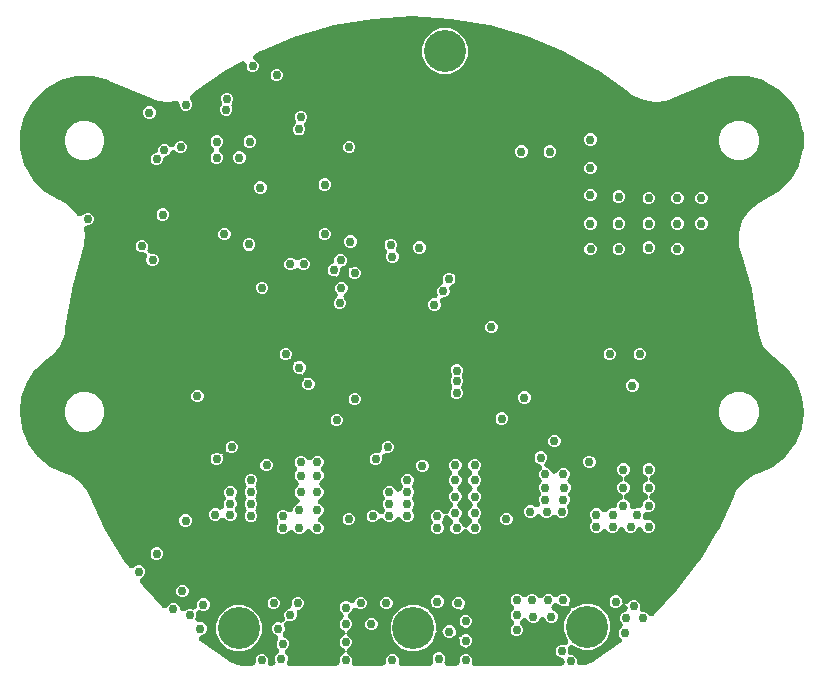
<source format=gbr>
G04 EAGLE Gerber RS-274X export*
G75*
%MOMM*%
%FSLAX34Y34*%
%LPD*%
%INCopper Layer 2*%
%IPPOS*%
%AMOC8*
5,1,8,0,0,1.08239X$1,22.5*%
G01*
G04 Define Apertures*
%ADD10C,3.556000*%
%ADD11C,0.756400*%
G36*
X-134128Y-329679D02*
X-135317Y-329920D01*
X-141421Y-329920D01*
X-141840Y-329891D01*
X-147793Y-329065D01*
X-148599Y-328838D01*
X-154102Y-326423D01*
X-154608Y-326141D01*
X-179056Y-309279D01*
X-180103Y-308025D01*
X-180373Y-306843D01*
X-180160Y-305648D01*
X-179498Y-304632D01*
X-178492Y-303954D01*
X-176064Y-302948D01*
X-174572Y-301456D01*
X-173764Y-299505D01*
X-173764Y-297395D01*
X-174572Y-295444D01*
X-176064Y-293952D01*
X-178015Y-293144D01*
X-180192Y-293144D01*
X-181268Y-292948D01*
X-182295Y-292302D01*
X-182989Y-291307D01*
X-183240Y-290120D01*
X-183008Y-288930D01*
X-182654Y-288075D01*
X-182654Y-285898D01*
X-182458Y-284822D01*
X-181812Y-283795D01*
X-180817Y-283101D01*
X-179630Y-282850D01*
X-178440Y-283082D01*
X-177585Y-283436D01*
X-175475Y-283436D01*
X-173524Y-282628D01*
X-172032Y-281136D01*
X-171224Y-279185D01*
X-171224Y-277075D01*
X-172032Y-275124D01*
X-173524Y-273632D01*
X-175475Y-272824D01*
X-177585Y-272824D01*
X-179536Y-273632D01*
X-181028Y-275124D01*
X-181836Y-277075D01*
X-181836Y-279252D01*
X-182032Y-280328D01*
X-182678Y-281355D01*
X-183673Y-282049D01*
X-184860Y-282300D01*
X-186050Y-282068D01*
X-186905Y-281714D01*
X-189015Y-281714D01*
X-190966Y-282522D01*
X-191421Y-282977D01*
X-192298Y-283589D01*
X-193479Y-283868D01*
X-194675Y-283665D01*
X-195697Y-283011D01*
X-196383Y-282010D01*
X-196599Y-280945D01*
X-197432Y-278934D01*
X-198924Y-277442D01*
X-200875Y-276634D01*
X-202985Y-276634D01*
X-204936Y-277442D01*
X-206428Y-278934D01*
X-206479Y-279057D01*
X-207132Y-280038D01*
X-208141Y-280711D01*
X-209333Y-280938D01*
X-210519Y-280682D01*
X-211510Y-279983D01*
X-224606Y-266122D01*
X-224813Y-265878D01*
X-229697Y-259480D01*
X-230051Y-258887D01*
X-230321Y-257704D01*
X-230108Y-256510D01*
X-229446Y-255493D01*
X-228440Y-254815D01*
X-228134Y-254688D01*
X-226642Y-253196D01*
X-225834Y-251245D01*
X-225834Y-249135D01*
X-226642Y-247184D01*
X-228134Y-245692D01*
X-230085Y-244884D01*
X-232195Y-244884D01*
X-234146Y-245692D01*
X-235128Y-246674D01*
X-236431Y-247445D01*
X-237640Y-247546D01*
X-238793Y-247167D01*
X-239706Y-246368D01*
X-243401Y-241527D01*
X-243582Y-241263D01*
X-259515Y-215098D01*
X-259667Y-214816D01*
X-272770Y-187125D01*
X-272834Y-186979D01*
X-274765Y-182275D01*
X-281137Y-174352D01*
X-289496Y-168563D01*
X-294325Y-166975D01*
X-294675Y-166836D01*
X-306219Y-161384D01*
X-306853Y-160983D01*
X-316716Y-152877D01*
X-317232Y-152333D01*
X-324817Y-142063D01*
X-325185Y-141410D01*
X-330031Y-129599D01*
X-330228Y-128875D01*
X-332043Y-116238D01*
X-332058Y-115488D01*
X-330731Y-102790D01*
X-330562Y-102059D01*
X-326174Y-90070D01*
X-325831Y-89403D01*
X-318648Y-78849D01*
X-318153Y-78285D01*
X-308610Y-69805D01*
X-308314Y-69574D01*
X-306982Y-68657D01*
X-304127Y-66690D01*
X-297734Y-58783D01*
X-293850Y-49386D01*
X-293341Y-44525D01*
X-293341Y-44525D01*
X-293321Y-44330D01*
X-293298Y-44160D01*
X-288033Y-11660D01*
X-287959Y-11324D01*
X-279067Y20376D01*
X-279016Y20540D01*
X-277289Y25583D01*
X-276987Y36240D01*
X-277785Y39083D01*
X-277896Y39809D01*
X-277693Y41005D01*
X-277039Y42027D01*
X-276039Y42713D01*
X-274850Y42954D01*
X-273265Y42954D01*
X-271314Y43762D01*
X-269822Y45254D01*
X-269014Y47205D01*
X-269014Y49315D01*
X-269822Y51266D01*
X-271314Y52758D01*
X-273265Y53566D01*
X-275375Y53566D01*
X-277326Y52758D01*
X-278661Y51423D01*
X-280192Y50595D01*
X-281405Y50588D01*
X-282525Y51055D01*
X-283374Y51921D01*
X-285662Y55452D01*
X-293855Y62274D01*
X-298181Y64066D01*
X-298175Y64079D01*
X-298539Y64242D01*
X-310266Y71013D01*
X-310897Y71497D01*
X-320472Y81072D01*
X-320956Y81703D01*
X-327727Y93431D01*
X-328032Y94166D01*
X-331536Y107246D01*
X-331640Y108034D01*
X-331640Y121576D01*
X-331536Y122365D01*
X-328032Y135445D01*
X-327727Y136180D01*
X-320956Y147907D01*
X-320472Y148538D01*
X-310897Y158113D01*
X-310266Y158598D01*
X-298538Y165368D01*
X-297803Y165673D01*
X-284723Y169177D01*
X-283935Y169281D01*
X-270393Y169281D01*
X-269604Y169177D01*
X-256525Y165673D01*
X-256147Y165545D01*
X-220970Y150974D01*
X-220970Y150974D01*
X-219476Y150355D01*
X-219476Y150355D01*
X-215128Y148554D01*
X-205788Y147371D01*
X-200082Y148180D01*
X-198555Y148006D01*
X-197534Y147352D01*
X-196848Y146351D01*
X-196606Y145163D01*
X-196606Y144154D01*
X-195798Y142204D01*
X-194306Y140711D01*
X-192356Y139904D01*
X-190245Y139904D01*
X-188295Y140711D01*
X-186802Y142204D01*
X-185994Y144154D01*
X-185994Y146265D01*
X-186802Y148215D01*
X-187187Y148600D01*
X-187938Y149838D01*
X-188066Y151045D01*
X-187712Y152205D01*
X-186935Y153136D01*
X-184148Y155364D01*
X-184142Y155356D01*
X-184011Y155467D01*
X-157291Y174468D01*
X-157002Y174651D01*
X-144451Y181602D01*
X-143071Y181982D01*
X-141875Y181778D01*
X-140853Y181125D01*
X-140167Y180124D01*
X-139926Y178935D01*
X-139926Y176745D01*
X-139118Y174794D01*
X-137626Y173302D01*
X-135675Y172494D01*
X-133565Y172494D01*
X-131614Y173302D01*
X-130122Y174794D01*
X-129314Y176745D01*
X-129314Y178855D01*
X-130122Y180806D01*
X-131614Y182298D01*
X-132398Y182623D01*
X-133033Y182980D01*
X-133849Y183878D01*
X-134251Y185022D01*
X-134174Y186233D01*
X-133631Y187318D01*
X-132708Y188105D01*
X-128319Y190536D01*
X-128011Y190684D01*
X-97728Y203252D01*
X-97405Y203365D01*
X-65903Y212457D01*
X-65569Y212534D01*
X-33247Y218035D01*
X-32907Y218074D01*
X-171Y219915D01*
X171Y219915D01*
X32907Y218074D01*
X33247Y218035D01*
X65569Y212534D01*
X65903Y212457D01*
X97405Y203365D01*
X97728Y203252D01*
X128011Y190684D01*
X128319Y190536D01*
X157002Y174651D01*
X157291Y174468D01*
X184011Y155467D01*
X184142Y155356D01*
X184148Y155364D01*
X187825Y152425D01*
X196467Y148693D01*
X205788Y147371D01*
X215128Y148554D01*
X219476Y150355D01*
X219476Y150355D01*
X220970Y150974D01*
X220970Y150974D01*
X256147Y165545D01*
X256525Y165673D01*
X269604Y169177D01*
X270393Y169281D01*
X283935Y169281D01*
X284723Y169177D01*
X297803Y165673D01*
X298538Y165368D01*
X310266Y158598D01*
X310897Y158113D01*
X320472Y148538D01*
X320956Y147907D01*
X327727Y136180D01*
X328032Y135445D01*
X331536Y122365D01*
X331640Y121576D01*
X331640Y108034D01*
X331536Y107246D01*
X328032Y94166D01*
X327727Y93431D01*
X320956Y81703D01*
X320472Y81072D01*
X310897Y71497D01*
X310266Y71013D01*
X298539Y64242D01*
X298175Y64079D01*
X298181Y64066D01*
X293855Y62274D01*
X285662Y55452D01*
X279865Y46505D01*
X276987Y36240D01*
X277289Y25583D01*
X279016Y20540D01*
X279067Y20376D01*
X287959Y-11324D01*
X288033Y-11660D01*
X293298Y-44160D01*
X293321Y-44330D01*
X293341Y-44525D01*
X293341Y-44525D01*
X293850Y-49386D01*
X297734Y-58783D01*
X304127Y-66690D01*
X306982Y-68657D01*
X308314Y-69574D01*
X308610Y-69805D01*
X318153Y-78285D01*
X318648Y-78849D01*
X325831Y-89403D01*
X326174Y-90070D01*
X330562Y-102059D01*
X330731Y-102790D01*
X332058Y-115488D01*
X332043Y-116238D01*
X330228Y-128875D01*
X330031Y-129599D01*
X325185Y-141410D01*
X324817Y-142063D01*
X317232Y-152333D01*
X316716Y-152877D01*
X306853Y-160983D01*
X306219Y-161384D01*
X294675Y-166836D01*
X294325Y-166975D01*
X289496Y-168563D01*
X281137Y-174352D01*
X274765Y-182275D01*
X272834Y-186979D01*
X272770Y-187125D01*
X259667Y-214816D01*
X259515Y-215098D01*
X243582Y-241263D01*
X243401Y-241527D01*
X224813Y-265878D01*
X224606Y-266122D01*
X204902Y-286979D01*
X203942Y-287663D01*
X202759Y-287933D01*
X201565Y-287720D01*
X200548Y-287058D01*
X200479Y-286955D01*
X198586Y-285062D01*
X196635Y-284254D01*
X196314Y-284254D01*
X195215Y-284049D01*
X194193Y-283395D01*
X193507Y-282395D01*
X193266Y-281206D01*
X193266Y-278601D01*
X192458Y-276650D01*
X190966Y-275158D01*
X189015Y-274350D01*
X186905Y-274350D01*
X184954Y-275158D01*
X183229Y-276883D01*
X182352Y-277495D01*
X181171Y-277774D01*
X180746Y-277702D01*
X181727Y-278329D01*
X182413Y-279330D01*
X182654Y-280518D01*
X182654Y-281224D01*
X182664Y-281271D01*
X182451Y-282465D01*
X181789Y-283481D01*
X180783Y-284159D01*
X179357Y-284750D01*
X178593Y-284921D01*
X178295Y-285371D01*
X177112Y-286554D01*
X176304Y-288505D01*
X176304Y-290615D01*
X177112Y-292566D01*
X177666Y-293120D01*
X178298Y-294042D01*
X178558Y-295226D01*
X178336Y-296419D01*
X177666Y-297430D01*
X175842Y-299254D01*
X175034Y-301205D01*
X175034Y-303315D01*
X175842Y-305266D01*
X176942Y-306366D01*
X177751Y-307811D01*
X177793Y-309023D01*
X177359Y-310156D01*
X176517Y-311030D01*
X154608Y-326141D01*
X154102Y-326423D01*
X148599Y-328838D01*
X147793Y-329065D01*
X143393Y-329676D01*
X141875Y-329500D01*
X140853Y-328846D01*
X140167Y-327845D01*
X139926Y-326657D01*
X139926Y-325083D01*
X139118Y-323132D01*
X137626Y-321640D01*
X135675Y-320832D01*
X135354Y-320832D01*
X134255Y-320627D01*
X133233Y-319973D01*
X132547Y-318973D01*
X132306Y-317784D01*
X132306Y-316445D01*
X132204Y-316197D01*
X131975Y-315177D01*
X132159Y-313978D01*
X132797Y-312945D01*
X133786Y-312244D01*
X134971Y-311983D01*
X136163Y-312206D01*
X137175Y-312876D01*
X137564Y-313265D01*
X144659Y-316204D01*
X152339Y-316204D01*
X159434Y-313265D01*
X164864Y-307835D01*
X167803Y-300740D01*
X167803Y-293060D01*
X164864Y-285965D01*
X159434Y-280535D01*
X152339Y-277596D01*
X144659Y-277596D01*
X137176Y-280696D01*
X137087Y-280758D01*
X135909Y-281047D01*
X134796Y-280866D01*
X134999Y-281789D01*
X134776Y-282982D01*
X134106Y-283993D01*
X132134Y-285965D01*
X129195Y-293060D01*
X129195Y-300740D01*
X132342Y-308338D01*
X132572Y-309383D01*
X132378Y-310580D01*
X131733Y-311607D01*
X130738Y-312301D01*
X129551Y-312552D01*
X128360Y-312320D01*
X128055Y-312194D01*
X125945Y-312194D01*
X123994Y-313002D01*
X122502Y-314494D01*
X121694Y-316445D01*
X121694Y-318555D01*
X122502Y-320506D01*
X123994Y-321998D01*
X125945Y-322806D01*
X126266Y-322806D01*
X127365Y-323011D01*
X128387Y-323665D01*
X129073Y-324665D01*
X129314Y-325854D01*
X129314Y-326872D01*
X129109Y-327971D01*
X128455Y-328993D01*
X127455Y-329679D01*
X126266Y-329920D01*
X54037Y-329920D01*
X52960Y-329724D01*
X51933Y-329078D01*
X51239Y-328083D01*
X50989Y-326896D01*
X51026Y-326705D01*
X51026Y-324065D01*
X50218Y-322114D01*
X48726Y-320622D01*
X46454Y-319681D01*
X45701Y-319199D01*
X44986Y-319681D01*
X42714Y-320622D01*
X41222Y-322114D01*
X40414Y-324065D01*
X40414Y-326609D01*
X40450Y-326775D01*
X40246Y-327971D01*
X39593Y-328993D01*
X38592Y-329679D01*
X37403Y-329920D01*
X30651Y-329920D01*
X29575Y-329724D01*
X28547Y-329078D01*
X27854Y-328083D01*
X27603Y-326896D01*
X27835Y-325706D01*
X28166Y-324905D01*
X28166Y-322795D01*
X27358Y-320844D01*
X25866Y-319352D01*
X23915Y-318544D01*
X21805Y-318544D01*
X19854Y-319352D01*
X18362Y-320844D01*
X17554Y-322795D01*
X17554Y-324905D01*
X17885Y-325706D01*
X18116Y-326775D01*
X17913Y-327971D01*
X17259Y-328993D01*
X16258Y-329679D01*
X15069Y-329920D01*
X-8193Y-329920D01*
X-9270Y-329724D01*
X-10297Y-329078D01*
X-10991Y-328083D01*
X-11241Y-326896D01*
X-11204Y-326705D01*
X-11204Y-324065D01*
X-12012Y-322114D01*
X-13504Y-320622D01*
X-15455Y-319814D01*
X-17565Y-319814D01*
X-19516Y-320622D01*
X-21008Y-322114D01*
X-21816Y-324065D01*
X-21816Y-326609D01*
X-21780Y-326775D01*
X-21984Y-327971D01*
X-22637Y-328993D01*
X-23638Y-329679D01*
X-24827Y-329920D01*
X-47563Y-329920D01*
X-48640Y-329724D01*
X-49667Y-329078D01*
X-50361Y-328083D01*
X-50611Y-326896D01*
X-50574Y-326705D01*
X-50574Y-324065D01*
X-51382Y-322114D01*
X-52874Y-320622D01*
X-53613Y-320316D01*
X-54514Y-319739D01*
X-55224Y-318756D01*
X-55493Y-317573D01*
X-55280Y-316379D01*
X-54619Y-315362D01*
X-53613Y-314684D01*
X-52874Y-314378D01*
X-51382Y-312886D01*
X-50574Y-310935D01*
X-50574Y-308825D01*
X-51382Y-306874D01*
X-52874Y-305382D01*
X-53613Y-305076D01*
X-54514Y-304499D01*
X-55224Y-303516D01*
X-55493Y-302333D01*
X-55280Y-301139D01*
X-54619Y-300122D01*
X-53613Y-299444D01*
X-52874Y-299138D01*
X-51382Y-297646D01*
X-50574Y-295695D01*
X-50574Y-293585D01*
X-51382Y-291634D01*
X-53206Y-289810D01*
X-53838Y-288888D01*
X-54098Y-287704D01*
X-53876Y-286511D01*
X-53206Y-285500D01*
X-51382Y-283676D01*
X-50927Y-282577D01*
X-50334Y-281658D01*
X-49344Y-280956D01*
X-48159Y-280696D01*
X-46967Y-280918D01*
X-46499Y-281229D01*
X-44235Y-282166D01*
X-42125Y-282166D01*
X-40174Y-281358D01*
X-38682Y-279866D01*
X-37874Y-277915D01*
X-37874Y-275805D01*
X-38682Y-273854D01*
X-40174Y-272362D01*
X-42125Y-271554D01*
X-44235Y-271554D01*
X-46186Y-272362D01*
X-47678Y-273854D01*
X-48133Y-274953D01*
X-48726Y-275872D01*
X-49716Y-276574D01*
X-50901Y-276834D01*
X-52093Y-276612D01*
X-52561Y-276301D01*
X-54825Y-275364D01*
X-56935Y-275364D01*
X-58886Y-276172D01*
X-60378Y-277664D01*
X-61186Y-279615D01*
X-61186Y-281725D01*
X-60378Y-283676D01*
X-58554Y-285500D01*
X-57922Y-286422D01*
X-57662Y-287606D01*
X-57884Y-288799D01*
X-58554Y-289810D01*
X-60378Y-291634D01*
X-61186Y-293585D01*
X-61186Y-295695D01*
X-60378Y-297646D01*
X-58886Y-299138D01*
X-58147Y-299444D01*
X-57246Y-300021D01*
X-56536Y-301004D01*
X-56267Y-302187D01*
X-56480Y-303381D01*
X-57141Y-304398D01*
X-58147Y-305076D01*
X-58886Y-305382D01*
X-60378Y-306874D01*
X-61186Y-308825D01*
X-61186Y-310935D01*
X-60378Y-312886D01*
X-58886Y-314378D01*
X-58147Y-314684D01*
X-57246Y-315261D01*
X-56536Y-316244D01*
X-56267Y-317427D01*
X-56480Y-318621D01*
X-57141Y-319638D01*
X-58147Y-320316D01*
X-58886Y-320622D01*
X-60378Y-322114D01*
X-61186Y-324065D01*
X-61186Y-326609D01*
X-61150Y-326775D01*
X-61354Y-327971D01*
X-62007Y-328993D01*
X-63008Y-329679D01*
X-64197Y-329920D01*
X-102699Y-329920D01*
X-103775Y-329724D01*
X-104803Y-329078D01*
X-105496Y-328083D01*
X-105747Y-326896D01*
X-105515Y-325706D01*
X-105184Y-324905D01*
X-105184Y-322795D01*
X-105992Y-320844D01*
X-106546Y-320290D01*
X-107178Y-319368D01*
X-107438Y-318184D01*
X-107216Y-316991D01*
X-106546Y-315980D01*
X-104722Y-314156D01*
X-103914Y-312205D01*
X-103914Y-310095D01*
X-104722Y-308144D01*
X-106214Y-306652D01*
X-107313Y-306197D01*
X-108232Y-305604D01*
X-108934Y-304614D01*
X-109194Y-303429D01*
X-108972Y-302237D01*
X-108661Y-301769D01*
X-107724Y-299505D01*
X-107724Y-297395D01*
X-108229Y-296175D01*
X-108459Y-295130D01*
X-108265Y-293933D01*
X-107619Y-292906D01*
X-106624Y-292212D01*
X-105437Y-291961D01*
X-104247Y-292193D01*
X-103925Y-292326D01*
X-101815Y-292326D01*
X-99864Y-291518D01*
X-98372Y-290026D01*
X-97564Y-288075D01*
X-97564Y-285661D01*
X-97664Y-285187D01*
X-97451Y-283993D01*
X-96790Y-282976D01*
X-95784Y-282298D01*
X-93514Y-281358D01*
X-92022Y-279866D01*
X-91214Y-277915D01*
X-91214Y-275805D01*
X-92022Y-273854D01*
X-93514Y-272362D01*
X-95465Y-271554D01*
X-97575Y-271554D01*
X-99526Y-272362D01*
X-101018Y-273854D01*
X-101826Y-275805D01*
X-101826Y-278219D01*
X-101726Y-278693D01*
X-101939Y-279887D01*
X-102601Y-280904D01*
X-103606Y-281582D01*
X-105876Y-282522D01*
X-107368Y-284014D01*
X-108176Y-285965D01*
X-108176Y-288075D01*
X-107671Y-289295D01*
X-107441Y-290340D01*
X-107635Y-291537D01*
X-108281Y-292564D01*
X-109276Y-293258D01*
X-110463Y-293509D01*
X-111653Y-293277D01*
X-111975Y-293144D01*
X-114085Y-293144D01*
X-116036Y-293952D01*
X-117528Y-295444D01*
X-118336Y-297395D01*
X-118336Y-299505D01*
X-117528Y-301456D01*
X-116036Y-302948D01*
X-114937Y-303403D01*
X-114018Y-303996D01*
X-113316Y-304986D01*
X-113056Y-306171D01*
X-113278Y-307363D01*
X-113589Y-307831D01*
X-114526Y-310095D01*
X-114526Y-312205D01*
X-113718Y-314156D01*
X-113164Y-314710D01*
X-112532Y-315632D01*
X-112272Y-316816D01*
X-112494Y-318009D01*
X-113164Y-319020D01*
X-114988Y-320844D01*
X-115796Y-322795D01*
X-115796Y-322980D01*
X-115975Y-324011D01*
X-116166Y-324325D01*
X-115830Y-324823D01*
X-115465Y-325706D01*
X-115234Y-326775D01*
X-115438Y-327971D01*
X-116091Y-328993D01*
X-117092Y-329679D01*
X-118281Y-329920D01*
X-118683Y-329920D01*
X-119760Y-329724D01*
X-120787Y-329078D01*
X-121481Y-328083D01*
X-121731Y-326896D01*
X-121694Y-326705D01*
X-121694Y-325990D01*
X-121515Y-324959D01*
X-121324Y-324645D01*
X-121660Y-324147D01*
X-122502Y-322114D01*
X-123994Y-320622D01*
X-125945Y-319814D01*
X-128055Y-319814D01*
X-130006Y-320622D01*
X-131498Y-322114D01*
X-132306Y-324065D01*
X-132306Y-326609D01*
X-132270Y-326775D01*
X-132474Y-327971D01*
X-133127Y-328993D01*
X-134128Y-329679D01*
G37*
%LPC*%
G36*
X24256Y171158D02*
X31936Y171158D01*
X39031Y174097D01*
X44461Y179527D01*
X47400Y186622D01*
X47400Y194302D01*
X44461Y201397D01*
X39031Y206827D01*
X31936Y209766D01*
X24256Y209766D01*
X17161Y206827D01*
X11731Y201397D01*
X8792Y194302D01*
X8792Y186622D01*
X11731Y179527D01*
X17161Y174097D01*
X24256Y171158D01*
G37*
G36*
X-115355Y164874D02*
X-113245Y164874D01*
X-111294Y165682D01*
X-109802Y167174D01*
X-108994Y169125D01*
X-108994Y171235D01*
X-109802Y173186D01*
X-111294Y174678D01*
X-113245Y175486D01*
X-115355Y175486D01*
X-117306Y174678D01*
X-118798Y173186D01*
X-119606Y171235D01*
X-119606Y169125D01*
X-118798Y167174D01*
X-117306Y165682D01*
X-115355Y164874D01*
G37*
G36*
X-158253Y135678D02*
X-156142Y135678D01*
X-154192Y136486D01*
X-152700Y137978D01*
X-151892Y139929D01*
X-151892Y142039D01*
X-152590Y143725D01*
X-152822Y144843D01*
X-152599Y146036D01*
X-151929Y147047D01*
X-151910Y147066D01*
X-151102Y149017D01*
X-151102Y151127D01*
X-151910Y153078D01*
X-153402Y154570D01*
X-155353Y155378D01*
X-157463Y155378D01*
X-159414Y154570D01*
X-160906Y153078D01*
X-161714Y151127D01*
X-161714Y149017D01*
X-161016Y147331D01*
X-160784Y146213D01*
X-161007Y145020D01*
X-161676Y144009D01*
X-161696Y143990D01*
X-162504Y142039D01*
X-162504Y139929D01*
X-161696Y137978D01*
X-160203Y136486D01*
X-158253Y135678D01*
G37*
G36*
X-223305Y133124D02*
X-221195Y133124D01*
X-219244Y133932D01*
X-217752Y135424D01*
X-216944Y137375D01*
X-216944Y139485D01*
X-217752Y141436D01*
X-219244Y142928D01*
X-221195Y143736D01*
X-223305Y143736D01*
X-225256Y142928D01*
X-226748Y141436D01*
X-227556Y139485D01*
X-227556Y137375D01*
X-226748Y135424D01*
X-225256Y133932D01*
X-223305Y133124D01*
G37*
G36*
X-96416Y119032D02*
X-94305Y119032D01*
X-92354Y119840D01*
X-90862Y121333D01*
X-90054Y123283D01*
X-90054Y125394D01*
X-90929Y127506D01*
X-91161Y128624D01*
X-90938Y129816D01*
X-90268Y130828D01*
X-89406Y131691D01*
X-88598Y133641D01*
X-88598Y135752D01*
X-89406Y137702D01*
X-90898Y139194D01*
X-92848Y140002D01*
X-94959Y140002D01*
X-96909Y139194D01*
X-98402Y137702D01*
X-99210Y135752D01*
X-99210Y133641D01*
X-98335Y131528D01*
X-98103Y130411D01*
X-98326Y129218D01*
X-98996Y128207D01*
X-99858Y127344D01*
X-100666Y125394D01*
X-100666Y123283D01*
X-99858Y121333D01*
X-98366Y119840D01*
X-96416Y119032D01*
G37*
G36*
X273814Y97963D02*
X280514Y97963D01*
X286704Y100527D01*
X291442Y105265D01*
X294006Y111455D01*
X294006Y118155D01*
X291442Y124345D01*
X286704Y129083D01*
X280514Y131647D01*
X273814Y131647D01*
X267624Y129083D01*
X262886Y124345D01*
X260322Y118155D01*
X260322Y111455D01*
X262886Y105265D01*
X267624Y100527D01*
X273814Y97963D01*
G37*
G36*
X-280514Y97963D02*
X-273814Y97963D01*
X-267624Y100527D01*
X-262886Y105265D01*
X-260322Y111455D01*
X-260322Y118155D01*
X-262886Y124345D01*
X-267624Y129083D01*
X-273814Y131647D01*
X-280514Y131647D01*
X-286704Y129083D01*
X-291442Y124345D01*
X-294006Y118155D01*
X-294006Y111455D01*
X-291442Y105265D01*
X-286704Y100527D01*
X-280514Y97963D01*
G37*
G36*
X150075Y110264D02*
X152185Y110264D01*
X154136Y111072D01*
X155628Y112564D01*
X156436Y114515D01*
X156436Y116625D01*
X155628Y118576D01*
X154136Y120068D01*
X152185Y120876D01*
X150075Y120876D01*
X148124Y120068D01*
X146632Y118576D01*
X145824Y116625D01*
X145824Y114515D01*
X146632Y112564D01*
X148124Y111072D01*
X150075Y110264D01*
G37*
G36*
X-138215Y108588D02*
X-136105Y108588D01*
X-134154Y109396D01*
X-132662Y110888D01*
X-131854Y112839D01*
X-131854Y114949D01*
X-132662Y116900D01*
X-134154Y118392D01*
X-136105Y119200D01*
X-138215Y119200D01*
X-140166Y118392D01*
X-141658Y116900D01*
X-142466Y114949D01*
X-142466Y112839D01*
X-141658Y110888D01*
X-141168Y110398D01*
X-140566Y109543D01*
X-140414Y108923D01*
X-139911Y109029D01*
X-138720Y108797D01*
X-138215Y108588D01*
G37*
G36*
X-166155Y95024D02*
X-164045Y95024D01*
X-162094Y95832D01*
X-160602Y97324D01*
X-159794Y99275D01*
X-159794Y101385D01*
X-160602Y103336D01*
X-162223Y104957D01*
X-162855Y105879D01*
X-163115Y107063D01*
X-162893Y108256D01*
X-162223Y109267D01*
X-160602Y110888D01*
X-159794Y112839D01*
X-159794Y114949D01*
X-160602Y116900D01*
X-162094Y118392D01*
X-164045Y119200D01*
X-166155Y119200D01*
X-168106Y118392D01*
X-169598Y116900D01*
X-170406Y114949D01*
X-170406Y112839D01*
X-169598Y110888D01*
X-167977Y109267D01*
X-167345Y108345D01*
X-167085Y107161D01*
X-167307Y105968D01*
X-167977Y104957D01*
X-169598Y103336D01*
X-170406Y101385D01*
X-170406Y99275D01*
X-169598Y97324D01*
X-168106Y95832D01*
X-166155Y95024D01*
G37*
G36*
X-54143Y103914D02*
X-52033Y103914D01*
X-50082Y104722D01*
X-48590Y106214D01*
X-47782Y108165D01*
X-47782Y110275D01*
X-48590Y112226D01*
X-50082Y113718D01*
X-52033Y114526D01*
X-54143Y114526D01*
X-56094Y113718D01*
X-57586Y112226D01*
X-58394Y110275D01*
X-58394Y108165D01*
X-57586Y106214D01*
X-56094Y104722D01*
X-54143Y103914D01*
G37*
G36*
X-216955Y93754D02*
X-214845Y93754D01*
X-212894Y94562D01*
X-211402Y96054D01*
X-210594Y98005D01*
X-210594Y98468D01*
X-210380Y99589D01*
X-209718Y100606D01*
X-208712Y101284D01*
X-206544Y102182D01*
X-205052Y103674D01*
X-204597Y104773D01*
X-204004Y105692D01*
X-203014Y106394D01*
X-201829Y106654D01*
X-200637Y106432D01*
X-199626Y105762D01*
X-198586Y104722D01*
X-196635Y103914D01*
X-194525Y103914D01*
X-192574Y104722D01*
X-191082Y106214D01*
X-190274Y108165D01*
X-190274Y110275D01*
X-191082Y112226D01*
X-192574Y113718D01*
X-194525Y114526D01*
X-196635Y114526D01*
X-198586Y113718D01*
X-200078Y112226D01*
X-200533Y111127D01*
X-201126Y110208D01*
X-202116Y109506D01*
X-203301Y109246D01*
X-204493Y109468D01*
X-205504Y110138D01*
X-206544Y111178D01*
X-208495Y111986D01*
X-210605Y111986D01*
X-212556Y111178D01*
X-214048Y109686D01*
X-214856Y107735D01*
X-214856Y107272D01*
X-215070Y106151D01*
X-215732Y105134D01*
X-216738Y104456D01*
X-218906Y103558D01*
X-220398Y102066D01*
X-221206Y100115D01*
X-221206Y98005D01*
X-220398Y96054D01*
X-218906Y94562D01*
X-216955Y93754D01*
G37*
G36*
X115785Y100104D02*
X117895Y100104D01*
X119846Y100912D01*
X121338Y102404D01*
X122146Y104355D01*
X122146Y106465D01*
X121338Y108416D01*
X119846Y109908D01*
X117895Y110716D01*
X115785Y110716D01*
X113834Y109908D01*
X112342Y108416D01*
X111534Y106465D01*
X111534Y104355D01*
X112342Y102404D01*
X113834Y100912D01*
X115785Y100104D01*
G37*
G36*
X91655Y100104D02*
X93765Y100104D01*
X95716Y100912D01*
X97208Y102404D01*
X98016Y104355D01*
X98016Y106465D01*
X97208Y108416D01*
X95716Y109908D01*
X93765Y110716D01*
X91655Y110716D01*
X89704Y109908D01*
X88212Y108416D01*
X87404Y106465D01*
X87404Y104355D01*
X88212Y102404D01*
X89704Y100912D01*
X91655Y100104D01*
G37*
G36*
X-147105Y95024D02*
X-144995Y95024D01*
X-143044Y95832D01*
X-141552Y97324D01*
X-140744Y99275D01*
X-140744Y101385D01*
X-141552Y103336D01*
X-142042Y103826D01*
X-142644Y104681D01*
X-142796Y105301D01*
X-143299Y105195D01*
X-144490Y105427D01*
X-144995Y105636D01*
X-147105Y105636D01*
X-149056Y104828D01*
X-150548Y103336D01*
X-151356Y101385D01*
X-151356Y99275D01*
X-150548Y97324D01*
X-149056Y95832D01*
X-147105Y95024D01*
G37*
G36*
X150075Y86134D02*
X152185Y86134D01*
X154136Y86942D01*
X155628Y88434D01*
X156436Y90385D01*
X156436Y92495D01*
X155628Y94446D01*
X154136Y95938D01*
X152185Y96746D01*
X150075Y96746D01*
X148124Y95938D01*
X146632Y94446D01*
X145824Y92495D01*
X145824Y90385D01*
X146632Y88434D01*
X148124Y86942D01*
X150075Y86134D01*
G37*
G36*
X-74715Y72164D02*
X-72605Y72164D01*
X-70654Y72972D01*
X-69162Y74464D01*
X-68354Y76415D01*
X-68354Y78525D01*
X-69162Y80476D01*
X-70654Y81968D01*
X-72605Y82776D01*
X-74715Y82776D01*
X-76666Y81968D01*
X-78158Y80476D01*
X-78966Y78525D01*
X-78966Y76415D01*
X-78158Y74464D01*
X-76666Y72972D01*
X-74715Y72164D01*
G37*
G36*
X-129377Y69624D02*
X-127267Y69624D01*
X-125316Y70432D01*
X-123824Y71924D01*
X-123016Y73875D01*
X-123016Y75985D01*
X-123824Y77936D01*
X-125316Y79428D01*
X-127267Y80236D01*
X-129377Y80236D01*
X-131328Y79428D01*
X-132820Y77936D01*
X-133628Y75985D01*
X-133628Y73875D01*
X-132820Y71924D01*
X-131328Y70432D01*
X-129377Y69624D01*
G37*
G36*
X150075Y63274D02*
X152185Y63274D01*
X154136Y64082D01*
X155628Y65574D01*
X156436Y67525D01*
X156436Y69635D01*
X155628Y71586D01*
X154136Y73078D01*
X152185Y73886D01*
X150075Y73886D01*
X148124Y73078D01*
X146632Y71586D01*
X145824Y69635D01*
X145824Y67525D01*
X146632Y65574D01*
X148124Y64082D01*
X150075Y63274D01*
G37*
G36*
X174205Y62004D02*
X176315Y62004D01*
X178266Y62812D01*
X179758Y64304D01*
X180566Y66255D01*
X180566Y68365D01*
X179758Y70316D01*
X178266Y71808D01*
X176315Y72616D01*
X174205Y72616D01*
X172254Y71808D01*
X170762Y70316D01*
X169954Y68365D01*
X169954Y66255D01*
X170762Y64304D01*
X172254Y62812D01*
X174205Y62004D01*
G37*
G36*
X244055Y60734D02*
X246165Y60734D01*
X248116Y61542D01*
X249608Y63034D01*
X250416Y64985D01*
X250416Y67095D01*
X249608Y69046D01*
X248116Y70538D01*
X246165Y71346D01*
X244055Y71346D01*
X242104Y70538D01*
X240612Y69046D01*
X239804Y67095D01*
X239804Y64985D01*
X240612Y63034D01*
X242104Y61542D01*
X244055Y60734D01*
G37*
G36*
X199605Y60734D02*
X201715Y60734D01*
X203666Y61542D01*
X205158Y63034D01*
X205966Y64985D01*
X205966Y67095D01*
X205158Y69046D01*
X203666Y70538D01*
X201715Y71346D01*
X199605Y71346D01*
X197654Y70538D01*
X196162Y69046D01*
X195354Y67095D01*
X195354Y64985D01*
X196162Y63034D01*
X197654Y61542D01*
X199605Y60734D01*
G37*
G36*
X223735Y60734D02*
X225845Y60734D01*
X227796Y61542D01*
X229288Y63034D01*
X230096Y64985D01*
X230096Y67095D01*
X229288Y69046D01*
X227796Y70538D01*
X225845Y71346D01*
X223735Y71346D01*
X221784Y70538D01*
X220292Y69046D01*
X219484Y67095D01*
X219484Y64985D01*
X220292Y63034D01*
X221784Y61542D01*
X223735Y60734D01*
G37*
G36*
X-211875Y46764D02*
X-209765Y46764D01*
X-207814Y47572D01*
X-206322Y49064D01*
X-205514Y51015D01*
X-205514Y53125D01*
X-206322Y55076D01*
X-207814Y56568D01*
X-209765Y57376D01*
X-211875Y57376D01*
X-213826Y56568D01*
X-215318Y55076D01*
X-216126Y53125D01*
X-216126Y51015D01*
X-215318Y49064D01*
X-213826Y47572D01*
X-211875Y46764D01*
G37*
G36*
X150075Y39144D02*
X152185Y39144D01*
X154136Y39952D01*
X155628Y41444D01*
X156436Y43395D01*
X156436Y45505D01*
X155628Y47456D01*
X154136Y48948D01*
X152185Y49756D01*
X150075Y49756D01*
X148124Y48948D01*
X146632Y47456D01*
X145824Y45505D01*
X145824Y43395D01*
X146632Y41444D01*
X148124Y39952D01*
X150075Y39144D01*
G37*
G36*
X174205Y39144D02*
X176315Y39144D01*
X178266Y39952D01*
X179758Y41444D01*
X180566Y43395D01*
X180566Y45505D01*
X179758Y47456D01*
X178266Y48948D01*
X176315Y49756D01*
X174205Y49756D01*
X172254Y48948D01*
X170762Y47456D01*
X169954Y45505D01*
X169954Y43395D01*
X170762Y41444D01*
X172254Y39952D01*
X174205Y39144D01*
G37*
G36*
X199605Y39144D02*
X201715Y39144D01*
X203666Y39952D01*
X205158Y41444D01*
X205966Y43395D01*
X205966Y45505D01*
X205158Y47456D01*
X203666Y48948D01*
X201715Y49756D01*
X199605Y49756D01*
X197654Y48948D01*
X196162Y47456D01*
X195354Y45505D01*
X195354Y43395D01*
X196162Y41444D01*
X197654Y39952D01*
X199605Y39144D01*
G37*
G36*
X223735Y39144D02*
X225845Y39144D01*
X227796Y39952D01*
X229288Y41444D01*
X230096Y43395D01*
X230096Y45505D01*
X229288Y47456D01*
X227796Y48948D01*
X225845Y49756D01*
X223735Y49756D01*
X221784Y48948D01*
X220292Y47456D01*
X219484Y45505D01*
X219484Y43395D01*
X220292Y41444D01*
X221784Y39952D01*
X223735Y39144D01*
G37*
G36*
X244055Y39144D02*
X246165Y39144D01*
X248116Y39952D01*
X249608Y41444D01*
X250416Y43395D01*
X250416Y45505D01*
X249608Y47456D01*
X248116Y48948D01*
X246165Y49756D01*
X244055Y49756D01*
X242104Y48948D01*
X240612Y47456D01*
X239804Y45505D01*
X239804Y43395D01*
X240612Y41444D01*
X242104Y39952D01*
X244055Y39144D01*
G37*
G36*
X-159805Y30254D02*
X-157695Y30254D01*
X-155744Y31062D01*
X-154252Y32554D01*
X-153444Y34505D01*
X-153444Y36615D01*
X-154252Y38566D01*
X-155744Y40058D01*
X-157695Y40866D01*
X-159805Y40866D01*
X-161756Y40058D01*
X-163248Y38566D01*
X-164056Y36615D01*
X-164056Y34505D01*
X-163248Y32554D01*
X-161756Y31062D01*
X-159805Y30254D01*
G37*
G36*
X-74715Y30254D02*
X-72605Y30254D01*
X-70654Y31062D01*
X-69162Y32554D01*
X-68354Y34505D01*
X-68354Y36615D01*
X-69162Y38566D01*
X-70654Y40058D01*
X-72605Y40866D01*
X-74715Y40866D01*
X-76666Y40058D01*
X-78158Y38566D01*
X-78966Y36615D01*
X-78966Y34505D01*
X-78158Y32554D01*
X-76666Y31062D01*
X-74715Y30254D01*
G37*
G36*
X-53125Y23904D02*
X-51015Y23904D01*
X-49064Y24712D01*
X-47572Y26204D01*
X-46764Y28155D01*
X-46764Y30265D01*
X-47572Y32216D01*
X-49064Y33708D01*
X-51015Y34516D01*
X-53125Y34516D01*
X-55076Y33708D01*
X-56568Y32216D01*
X-57376Y30265D01*
X-57376Y28155D01*
X-56568Y26204D01*
X-55076Y24712D01*
X-53125Y23904D01*
G37*
G36*
X-138918Y21492D02*
X-136807Y21492D01*
X-134857Y22299D01*
X-133364Y23792D01*
X-132556Y25742D01*
X-132556Y27853D01*
X-133364Y29803D01*
X-134857Y31296D01*
X-136807Y32104D01*
X-138918Y32104D01*
X-140868Y31296D01*
X-142360Y29803D01*
X-143168Y27853D01*
X-143168Y25742D01*
X-142360Y23792D01*
X-140868Y22299D01*
X-138918Y21492D01*
G37*
G36*
X-17565Y11204D02*
X-15455Y11204D01*
X-13504Y12012D01*
X-12012Y13504D01*
X-11204Y15455D01*
X-11204Y17565D01*
X-12012Y19516D01*
X-12619Y20123D01*
X-13260Y21067D01*
X-13511Y22253D01*
X-13279Y23444D01*
X-12474Y25389D01*
X-12474Y27499D01*
X-13282Y29450D01*
X-14774Y30942D01*
X-16725Y31750D01*
X-18835Y31750D01*
X-20786Y30942D01*
X-22278Y29450D01*
X-23086Y27499D01*
X-23086Y25389D01*
X-22278Y23438D01*
X-21671Y22832D01*
X-21030Y21887D01*
X-20779Y20701D01*
X-21011Y19510D01*
X-21816Y17565D01*
X-21816Y15455D01*
X-21008Y13504D01*
X-19516Y12012D01*
X-17565Y11204D01*
G37*
G36*
X-220560Y8459D02*
X-218450Y8459D01*
X-216499Y9267D01*
X-215007Y10759D01*
X-214199Y12710D01*
X-214199Y14820D01*
X-215007Y16771D01*
X-216499Y18263D01*
X-218450Y19071D01*
X-220917Y19071D01*
X-221993Y19267D01*
X-223020Y19913D01*
X-223714Y20908D01*
X-223965Y22095D01*
X-223733Y23285D01*
X-223294Y24345D01*
X-223294Y26455D01*
X-224102Y28406D01*
X-225594Y29898D01*
X-227545Y30706D01*
X-229655Y30706D01*
X-231606Y29898D01*
X-233098Y28406D01*
X-233906Y26455D01*
X-233906Y24345D01*
X-233098Y22394D01*
X-231606Y20902D01*
X-229655Y20094D01*
X-227188Y20094D01*
X-226112Y19898D01*
X-225085Y19252D01*
X-224391Y18257D01*
X-224140Y17070D01*
X-224372Y15880D01*
X-224811Y14820D01*
X-224811Y12710D01*
X-224003Y10759D01*
X-222511Y9267D01*
X-220560Y8459D01*
G37*
G36*
X199605Y18824D02*
X201715Y18824D01*
X203666Y19632D01*
X205158Y21124D01*
X205966Y23075D01*
X205966Y25185D01*
X205158Y27136D01*
X203666Y28628D01*
X201715Y29436D01*
X199605Y29436D01*
X197654Y28628D01*
X196162Y27136D01*
X195354Y25185D01*
X195354Y23075D01*
X196162Y21124D01*
X197654Y19632D01*
X199605Y18824D01*
G37*
G36*
X5295Y18824D02*
X7405Y18824D01*
X9356Y19632D01*
X10848Y21124D01*
X11656Y23075D01*
X11656Y25185D01*
X10848Y27136D01*
X9356Y28628D01*
X7405Y29436D01*
X5295Y29436D01*
X3344Y28628D01*
X1852Y27136D01*
X1044Y25185D01*
X1044Y23075D01*
X1852Y21124D01*
X3344Y19632D01*
X5295Y18824D01*
G37*
G36*
X174205Y17554D02*
X176315Y17554D01*
X178266Y18362D01*
X179758Y19854D01*
X180566Y21805D01*
X180566Y23915D01*
X179758Y25866D01*
X178266Y27358D01*
X176315Y28166D01*
X174205Y28166D01*
X172254Y27358D01*
X170762Y25866D01*
X169954Y23915D01*
X169954Y21805D01*
X170762Y19854D01*
X172254Y18362D01*
X174205Y17554D01*
G37*
G36*
X150301Y17554D02*
X152411Y17554D01*
X154362Y18362D01*
X155854Y19854D01*
X156662Y21805D01*
X156662Y23915D01*
X155854Y25866D01*
X154362Y27358D01*
X152411Y28166D01*
X150301Y28166D01*
X148350Y27358D01*
X146858Y25866D01*
X146050Y23915D01*
X146050Y21805D01*
X146858Y19854D01*
X148350Y18362D01*
X150301Y17554D01*
G37*
G36*
X223735Y17554D02*
X225845Y17554D01*
X227796Y18362D01*
X229288Y19854D01*
X230096Y21805D01*
X230096Y23915D01*
X229288Y25866D01*
X227796Y27358D01*
X225845Y28166D01*
X223735Y28166D01*
X221784Y27358D01*
X220292Y25866D01*
X219484Y23915D01*
X219484Y21805D01*
X220292Y19854D01*
X221784Y18362D01*
X223735Y17554D01*
G37*
G36*
X-64618Y-226D02*
X-63750Y-381D01*
X-63267Y349D01*
X-61542Y2074D01*
X-60734Y4025D01*
X-60734Y5311D01*
X-60520Y6433D01*
X-59858Y7449D01*
X-58852Y8127D01*
X-57004Y8893D01*
X-55959Y9123D01*
X-55578Y9061D01*
X-55719Y9731D01*
X-55488Y10921D01*
X-54943Y12237D01*
X-54943Y14347D01*
X-55751Y16298D01*
X-57243Y17790D01*
X-59193Y18598D01*
X-61304Y18598D01*
X-63254Y17790D01*
X-64747Y16298D01*
X-65555Y14347D01*
X-65555Y13061D01*
X-65769Y11939D01*
X-66430Y10923D01*
X-67436Y10245D01*
X-69046Y9578D01*
X-70538Y8086D01*
X-71346Y6135D01*
X-71346Y4025D01*
X-70538Y2074D01*
X-69046Y582D01*
X-67095Y-226D01*
X-64618Y-226D01*
G37*
G36*
X-103925Y4854D02*
X-101815Y4854D01*
X-99864Y5662D01*
X-99310Y6216D01*
X-98388Y6848D01*
X-97204Y7108D01*
X-96011Y6886D01*
X-95000Y6216D01*
X-94446Y5662D01*
X-92495Y4854D01*
X-90385Y4854D01*
X-88434Y5662D01*
X-86942Y7154D01*
X-86134Y9105D01*
X-86134Y11215D01*
X-86942Y13166D01*
X-88434Y14658D01*
X-90385Y15466D01*
X-92495Y15466D01*
X-94446Y14658D01*
X-95000Y14104D01*
X-95922Y13472D01*
X-97106Y13212D01*
X-98299Y13434D01*
X-99310Y14104D01*
X-99864Y14658D01*
X-101815Y15466D01*
X-103925Y15466D01*
X-105876Y14658D01*
X-107368Y13166D01*
X-108176Y11215D01*
X-108176Y9105D01*
X-107368Y7154D01*
X-105876Y5662D01*
X-103925Y4854D01*
G37*
G36*
X-49315Y-2766D02*
X-47205Y-2766D01*
X-45254Y-1958D01*
X-43762Y-466D01*
X-42954Y1485D01*
X-42954Y3595D01*
X-43762Y5546D01*
X-45254Y7038D01*
X-47205Y7846D01*
X-49315Y7846D01*
X-51505Y6939D01*
X-52550Y6709D01*
X-52931Y6771D01*
X-52789Y6101D01*
X-53021Y4911D01*
X-53566Y3595D01*
X-53566Y1485D01*
X-52758Y-466D01*
X-51266Y-1958D01*
X-49315Y-2766D01*
G37*
G36*
X17995Y-29436D02*
X20105Y-29436D01*
X22056Y-28628D01*
X23548Y-27136D01*
X24356Y-25185D01*
X24356Y-23075D01*
X24002Y-22220D01*
X23772Y-21151D01*
X23975Y-19955D01*
X24629Y-18933D01*
X25629Y-18247D01*
X26818Y-18006D01*
X27725Y-18006D01*
X29676Y-17198D01*
X31168Y-15706D01*
X31976Y-13755D01*
X31976Y-11645D01*
X31883Y-11420D01*
X31652Y-10326D01*
X31865Y-9132D01*
X32526Y-8115D01*
X33532Y-7437D01*
X34679Y-6962D01*
X36172Y-5469D01*
X36980Y-3519D01*
X36980Y-1408D01*
X36172Y542D01*
X34679Y2034D01*
X32729Y2842D01*
X30618Y2842D01*
X28668Y2034D01*
X27176Y542D01*
X26368Y-1408D01*
X26368Y-3519D01*
X26461Y-3744D01*
X26692Y-4838D01*
X26479Y-6032D01*
X25817Y-7049D01*
X24811Y-7727D01*
X23664Y-8202D01*
X22172Y-9694D01*
X21364Y-11645D01*
X21364Y-13755D01*
X21718Y-14610D01*
X21948Y-15679D01*
X21745Y-16875D01*
X21091Y-17897D01*
X20091Y-18583D01*
X18902Y-18824D01*
X17995Y-18824D01*
X16044Y-19632D01*
X14552Y-21124D01*
X13744Y-23075D01*
X13744Y-25185D01*
X14552Y-27136D01*
X16044Y-28628D01*
X17995Y-29436D01*
G37*
G36*
X-127850Y-15261D02*
X-125740Y-15261D01*
X-123789Y-14453D01*
X-122297Y-12961D01*
X-121489Y-11010D01*
X-121489Y-8900D01*
X-122297Y-6949D01*
X-123789Y-5457D01*
X-125740Y-4649D01*
X-127850Y-4649D01*
X-129801Y-5457D01*
X-131293Y-6949D01*
X-132101Y-8900D01*
X-132101Y-11010D01*
X-131293Y-12961D01*
X-129801Y-14453D01*
X-127850Y-15261D01*
G37*
G36*
X-62001Y-28152D02*
X-59890Y-28152D01*
X-57940Y-27344D01*
X-56447Y-25851D01*
X-55640Y-23901D01*
X-55640Y-21790D01*
X-56447Y-19840D01*
X-57001Y-19286D01*
X-57633Y-18364D01*
X-57894Y-17179D01*
X-57671Y-15987D01*
X-57001Y-14975D01*
X-55192Y-13166D01*
X-54384Y-11215D01*
X-54384Y-9105D01*
X-55192Y-7154D01*
X-56684Y-5662D01*
X-58635Y-4854D01*
X-61112Y-4854D01*
X-61980Y-4699D01*
X-62463Y-5429D01*
X-64188Y-7154D01*
X-64996Y-9105D01*
X-64996Y-11215D01*
X-64188Y-13166D01*
X-63634Y-13720D01*
X-63002Y-14642D01*
X-62742Y-15826D01*
X-62964Y-17019D01*
X-63634Y-18030D01*
X-65444Y-19840D01*
X-66252Y-21790D01*
X-66252Y-23901D01*
X-65444Y-25851D01*
X-63951Y-27344D01*
X-62001Y-28152D01*
G37*
G36*
X66255Y-48486D02*
X68365Y-48486D01*
X70316Y-47678D01*
X71808Y-46186D01*
X72616Y-44235D01*
X72616Y-42125D01*
X71808Y-40174D01*
X70316Y-38682D01*
X68365Y-37874D01*
X66255Y-37874D01*
X64304Y-38682D01*
X62812Y-40174D01*
X62004Y-42125D01*
X62004Y-44235D01*
X62812Y-46186D01*
X64304Y-47678D01*
X66255Y-48486D01*
G37*
G36*
X191985Y-71346D02*
X194095Y-71346D01*
X196046Y-70538D01*
X197538Y-69046D01*
X198346Y-67095D01*
X198346Y-64985D01*
X197538Y-63034D01*
X196046Y-61542D01*
X194095Y-60734D01*
X191985Y-60734D01*
X190034Y-61542D01*
X188542Y-63034D01*
X187734Y-64985D01*
X187734Y-67095D01*
X188542Y-69046D01*
X190034Y-70538D01*
X191985Y-71346D01*
G37*
G36*
X-107735Y-71346D02*
X-105625Y-71346D01*
X-103770Y-70578D01*
X-102725Y-70348D01*
X-102316Y-70415D01*
X-102374Y-70140D01*
X-102142Y-68950D01*
X-101374Y-67095D01*
X-101374Y-64985D01*
X-102182Y-63034D01*
X-103674Y-61542D01*
X-105625Y-60734D01*
X-107735Y-60734D01*
X-109686Y-61542D01*
X-111178Y-63034D01*
X-111986Y-64985D01*
X-111986Y-67095D01*
X-111178Y-69046D01*
X-109686Y-70538D01*
X-107735Y-71346D01*
G37*
G36*
X166585Y-71346D02*
X168695Y-71346D01*
X170646Y-70538D01*
X172138Y-69046D01*
X172946Y-67095D01*
X172946Y-64985D01*
X172138Y-63034D01*
X170646Y-61542D01*
X168695Y-60734D01*
X166585Y-60734D01*
X164634Y-61542D01*
X163142Y-63034D01*
X162334Y-64985D01*
X162334Y-67095D01*
X163142Y-69046D01*
X164634Y-70538D01*
X166585Y-71346D01*
G37*
G36*
X-92775Y-82964D02*
X-92037Y-83420D01*
X-92099Y-83135D01*
X-91877Y-81942D01*
X-91207Y-80931D01*
X-90752Y-80476D01*
X-89944Y-78525D01*
X-89944Y-76415D01*
X-90752Y-74464D01*
X-92244Y-72972D01*
X-94195Y-72164D01*
X-96305Y-72164D01*
X-98160Y-72932D01*
X-99205Y-73162D01*
X-99614Y-73095D01*
X-99556Y-73370D01*
X-99788Y-74560D01*
X-100556Y-76415D01*
X-100556Y-78525D01*
X-99748Y-80476D01*
X-98256Y-81968D01*
X-96305Y-82776D01*
X-93828Y-82776D01*
X-92775Y-82964D01*
G37*
G36*
X37045Y-104366D02*
X39155Y-104366D01*
X41106Y-103558D01*
X42598Y-102066D01*
X43406Y-100115D01*
X43406Y-98005D01*
X42559Y-95961D01*
X42047Y-95213D01*
X41787Y-94029D01*
X42009Y-92836D01*
X42553Y-92016D01*
X43406Y-89955D01*
X43406Y-87845D01*
X42485Y-85621D01*
X42253Y-84479D01*
X42485Y-83289D01*
X43406Y-81066D01*
X43406Y-78955D01*
X42598Y-77004D01*
X41106Y-75512D01*
X39155Y-74704D01*
X37045Y-74704D01*
X35094Y-75512D01*
X33602Y-77004D01*
X32794Y-78955D01*
X32794Y-81066D01*
X33715Y-83289D01*
X33947Y-84431D01*
X33715Y-85621D01*
X32794Y-87845D01*
X32794Y-89955D01*
X33641Y-91999D01*
X34153Y-92747D01*
X34413Y-93931D01*
X34191Y-95124D01*
X33647Y-95944D01*
X32794Y-98005D01*
X32794Y-100115D01*
X33602Y-102066D01*
X35094Y-103558D01*
X37045Y-104366D01*
G37*
G36*
X-88685Y-96746D02*
X-86575Y-96746D01*
X-84624Y-95938D01*
X-83132Y-94446D01*
X-82324Y-92495D01*
X-82324Y-90385D01*
X-83132Y-88434D01*
X-84624Y-86942D01*
X-86575Y-86134D01*
X-89052Y-86134D01*
X-90105Y-85946D01*
X-90843Y-85490D01*
X-90781Y-85775D01*
X-91003Y-86968D01*
X-91673Y-87979D01*
X-92128Y-88434D01*
X-92936Y-90385D01*
X-92936Y-92495D01*
X-92128Y-94446D01*
X-90636Y-95938D01*
X-88685Y-96746D01*
G37*
G36*
X185635Y-98016D02*
X187745Y-98016D01*
X189696Y-97208D01*
X191188Y-95716D01*
X191996Y-93765D01*
X191996Y-91655D01*
X191188Y-89704D01*
X189696Y-88212D01*
X187745Y-87404D01*
X185635Y-87404D01*
X183684Y-88212D01*
X182192Y-89704D01*
X181384Y-91655D01*
X181384Y-93765D01*
X182192Y-95716D01*
X183684Y-97208D01*
X185635Y-98016D01*
G37*
G36*
X-182665Y-106906D02*
X-180555Y-106906D01*
X-178604Y-106098D01*
X-177112Y-104606D01*
X-176304Y-102655D01*
X-176304Y-100545D01*
X-177112Y-98594D01*
X-178604Y-97102D01*
X-180555Y-96294D01*
X-182665Y-96294D01*
X-184616Y-97102D01*
X-186108Y-98594D01*
X-186916Y-100545D01*
X-186916Y-102655D01*
X-186108Y-104606D01*
X-184616Y-106098D01*
X-182665Y-106906D01*
G37*
G36*
X94195Y-108176D02*
X96305Y-108176D01*
X98256Y-107368D01*
X99748Y-105876D01*
X100556Y-103925D01*
X100556Y-101815D01*
X99748Y-99864D01*
X98256Y-98372D01*
X96305Y-97564D01*
X94195Y-97564D01*
X92244Y-98372D01*
X90752Y-99864D01*
X89944Y-101815D01*
X89944Y-103925D01*
X90752Y-105876D01*
X92244Y-107368D01*
X94195Y-108176D01*
G37*
G36*
X273814Y-131647D02*
X280514Y-131647D01*
X286704Y-129083D01*
X291442Y-124345D01*
X294006Y-118155D01*
X294006Y-111455D01*
X291442Y-105265D01*
X286704Y-100527D01*
X280514Y-97963D01*
X273814Y-97963D01*
X267624Y-100527D01*
X262886Y-105265D01*
X260322Y-111455D01*
X260322Y-118155D01*
X262886Y-124345D01*
X267624Y-129083D01*
X273814Y-131647D01*
G37*
G36*
X-280514Y-131647D02*
X-273814Y-131647D01*
X-267624Y-129083D01*
X-262886Y-124345D01*
X-260322Y-118155D01*
X-260322Y-111455D01*
X-262886Y-105265D01*
X-267624Y-100527D01*
X-273814Y-97963D01*
X-280514Y-97963D01*
X-286704Y-100527D01*
X-291442Y-105265D01*
X-294006Y-111455D01*
X-294006Y-118155D01*
X-291442Y-124345D01*
X-286704Y-129083D01*
X-280514Y-131647D01*
G37*
G36*
X-49315Y-109446D02*
X-47205Y-109446D01*
X-45254Y-108638D01*
X-43762Y-107146D01*
X-42954Y-105195D01*
X-42954Y-103085D01*
X-43762Y-101134D01*
X-45254Y-99642D01*
X-47205Y-98834D01*
X-49315Y-98834D01*
X-51266Y-99642D01*
X-52758Y-101134D01*
X-53566Y-103085D01*
X-53566Y-105195D01*
X-52758Y-107146D01*
X-51266Y-108638D01*
X-49315Y-109446D01*
G37*
G36*
X75145Y-125956D02*
X77255Y-125956D01*
X79206Y-125148D01*
X80698Y-123656D01*
X81506Y-121705D01*
X81506Y-119595D01*
X80698Y-117644D01*
X79206Y-116152D01*
X77255Y-115344D01*
X75145Y-115344D01*
X73194Y-116152D01*
X71702Y-117644D01*
X70894Y-119595D01*
X70894Y-121705D01*
X71702Y-123656D01*
X73194Y-125148D01*
X75145Y-125956D01*
G37*
G36*
X-64555Y-127226D02*
X-62445Y-127226D01*
X-60494Y-126418D01*
X-59002Y-124926D01*
X-58194Y-122975D01*
X-58194Y-120865D01*
X-59002Y-118914D01*
X-60494Y-117422D01*
X-62445Y-116614D01*
X-64555Y-116614D01*
X-66506Y-117422D01*
X-67998Y-118914D01*
X-68806Y-120865D01*
X-68806Y-122975D01*
X-67998Y-124926D01*
X-66506Y-126418D01*
X-64555Y-127226D01*
G37*
G36*
X119595Y-145006D02*
X121705Y-145006D01*
X123656Y-144198D01*
X125148Y-142706D01*
X125956Y-140755D01*
X125956Y-138645D01*
X125148Y-136694D01*
X123656Y-135202D01*
X121705Y-134394D01*
X119595Y-134394D01*
X117644Y-135202D01*
X116152Y-136694D01*
X115344Y-138645D01*
X115344Y-140755D01*
X116152Y-142706D01*
X117644Y-144198D01*
X119595Y-145006D01*
G37*
G36*
X-31535Y-160246D02*
X-29425Y-160246D01*
X-27474Y-159438D01*
X-25982Y-157946D01*
X-25174Y-155995D01*
X-25174Y-153607D01*
X-25274Y-153153D01*
X-25080Y-151956D01*
X-24434Y-150929D01*
X-23439Y-150235D01*
X-22252Y-149984D01*
X-21729Y-150086D01*
X-19265Y-150086D01*
X-17314Y-149278D01*
X-15822Y-147786D01*
X-15014Y-145835D01*
X-15014Y-143725D01*
X-15822Y-141774D01*
X-17314Y-140282D01*
X-19265Y-139474D01*
X-21375Y-139474D01*
X-23326Y-140282D01*
X-24818Y-141774D01*
X-25626Y-143725D01*
X-25626Y-146113D01*
X-25526Y-146567D01*
X-25720Y-147764D01*
X-26366Y-148791D01*
X-27361Y-149485D01*
X-28548Y-149736D01*
X-29071Y-149634D01*
X-31535Y-149634D01*
X-33486Y-150442D01*
X-34978Y-151934D01*
X-35786Y-153885D01*
X-35786Y-155995D01*
X-34978Y-157946D01*
X-33486Y-159438D01*
X-31535Y-160246D01*
G37*
G36*
X-153455Y-150086D02*
X-151345Y-150086D01*
X-149394Y-149278D01*
X-147902Y-147786D01*
X-147094Y-145835D01*
X-147094Y-143725D01*
X-147902Y-141774D01*
X-149394Y-140282D01*
X-151345Y-139474D01*
X-153455Y-139474D01*
X-155406Y-140282D01*
X-156898Y-141774D01*
X-157706Y-143725D01*
X-157706Y-145835D01*
X-157350Y-146696D01*
X-157121Y-147716D01*
X-157262Y-148635D01*
X-156190Y-148835D01*
X-155714Y-149151D01*
X-153455Y-150086D01*
G37*
G36*
X99275Y-204696D02*
X101385Y-204696D01*
X103336Y-203888D01*
X105160Y-202064D01*
X106082Y-201432D01*
X107266Y-201172D01*
X108459Y-201394D01*
X109470Y-202064D01*
X111294Y-203888D01*
X113245Y-204696D01*
X115355Y-204696D01*
X117306Y-203888D01*
X118495Y-202699D01*
X119417Y-202067D01*
X120601Y-201807D01*
X121794Y-202029D01*
X122805Y-202699D01*
X123994Y-203888D01*
X125945Y-204696D01*
X128055Y-204696D01*
X130006Y-203888D01*
X131498Y-202396D01*
X132306Y-200445D01*
X132306Y-198335D01*
X131434Y-196230D01*
X131203Y-195113D01*
X131425Y-193920D01*
X132095Y-192909D01*
X132768Y-192236D01*
X133576Y-190285D01*
X133576Y-188175D01*
X132562Y-185727D01*
X132330Y-184609D01*
X132553Y-183416D01*
X133223Y-182405D01*
X133552Y-182076D01*
X134360Y-180125D01*
X134360Y-178015D01*
X133552Y-176064D01*
X132606Y-175118D01*
X131974Y-174196D01*
X131714Y-173012D01*
X131936Y-171819D01*
X132606Y-170808D01*
X132768Y-170646D01*
X133576Y-168695D01*
X133576Y-166585D01*
X132768Y-164634D01*
X131276Y-163142D01*
X129325Y-162334D01*
X127215Y-162334D01*
X125264Y-163142D01*
X123772Y-164634D01*
X123466Y-165373D01*
X122889Y-166274D01*
X121906Y-166984D01*
X120723Y-167253D01*
X119529Y-167040D01*
X118512Y-166379D01*
X117834Y-165373D01*
X117528Y-164634D01*
X116036Y-163142D01*
X114039Y-162315D01*
X113120Y-161722D01*
X112418Y-160732D01*
X112158Y-159547D01*
X112380Y-158355D01*
X113050Y-157344D01*
X113718Y-156676D01*
X114526Y-154725D01*
X114526Y-152615D01*
X113718Y-150664D01*
X112226Y-149172D01*
X110275Y-148364D01*
X108165Y-148364D01*
X106214Y-149172D01*
X104722Y-150664D01*
X103914Y-152615D01*
X103914Y-154725D01*
X104722Y-156676D01*
X106214Y-158168D01*
X108211Y-158995D01*
X109130Y-159588D01*
X109832Y-160578D01*
X110092Y-161763D01*
X109870Y-162955D01*
X109200Y-163966D01*
X108532Y-164634D01*
X107724Y-166585D01*
X107724Y-168695D01*
X108532Y-170646D01*
X109086Y-171200D01*
X109718Y-172122D01*
X109978Y-173306D01*
X109756Y-174499D01*
X109086Y-175510D01*
X108532Y-176064D01*
X107724Y-178015D01*
X107724Y-180125D01*
X108571Y-182169D01*
X109083Y-182917D01*
X109343Y-184101D01*
X109121Y-185294D01*
X108577Y-186114D01*
X107724Y-188175D01*
X107724Y-190285D01*
X108220Y-191484D01*
X108449Y-192504D01*
X108265Y-193703D01*
X107627Y-194735D01*
X106638Y-195437D01*
X105453Y-195698D01*
X104260Y-195475D01*
X103453Y-194941D01*
X101385Y-194084D01*
X99275Y-194084D01*
X97324Y-194892D01*
X95832Y-196384D01*
X95024Y-198335D01*
X95024Y-200445D01*
X95832Y-202396D01*
X97324Y-203888D01*
X99275Y-204696D01*
G37*
G36*
X-166155Y-160048D02*
X-164045Y-160048D01*
X-162094Y-159240D01*
X-160602Y-157748D01*
X-159794Y-155797D01*
X-159794Y-153687D01*
X-160150Y-152827D01*
X-160379Y-151806D01*
X-160238Y-150887D01*
X-161310Y-150687D01*
X-161786Y-150372D01*
X-164045Y-149436D01*
X-166155Y-149436D01*
X-168106Y-150244D01*
X-169598Y-151736D01*
X-170406Y-153687D01*
X-170406Y-155797D01*
X-169598Y-157748D01*
X-168106Y-159240D01*
X-166155Y-160048D01*
G37*
G36*
X149161Y-162567D02*
X151272Y-162567D01*
X153222Y-161759D01*
X154715Y-160266D01*
X155523Y-158316D01*
X155523Y-156205D01*
X154715Y-154255D01*
X153222Y-152763D01*
X151272Y-151955D01*
X149161Y-151955D01*
X147211Y-152763D01*
X145718Y-154255D01*
X144911Y-156205D01*
X144911Y-158316D01*
X145718Y-160266D01*
X147211Y-161759D01*
X149161Y-162567D01*
G37*
G36*
X-110275Y-218666D02*
X-108165Y-218666D01*
X-106214Y-217858D01*
X-104390Y-216034D01*
X-103468Y-215402D01*
X-102284Y-215142D01*
X-101091Y-215364D01*
X-100080Y-216034D01*
X-98256Y-217858D01*
X-96305Y-218666D01*
X-94195Y-218666D01*
X-92244Y-217858D01*
X-90752Y-216366D01*
X-90446Y-215627D01*
X-89869Y-214726D01*
X-88886Y-214016D01*
X-87703Y-213747D01*
X-86509Y-213960D01*
X-85492Y-214621D01*
X-84814Y-215627D01*
X-84508Y-216366D01*
X-83016Y-217858D01*
X-81065Y-218666D01*
X-78955Y-218666D01*
X-77004Y-217858D01*
X-75512Y-216366D01*
X-74704Y-214415D01*
X-74704Y-212305D01*
X-75512Y-210354D01*
X-77004Y-208862D01*
X-77743Y-208556D01*
X-78644Y-207979D01*
X-79354Y-206996D01*
X-79623Y-205813D01*
X-79410Y-204619D01*
X-78749Y-203602D01*
X-77743Y-202924D01*
X-77004Y-202618D01*
X-75512Y-201126D01*
X-74704Y-199175D01*
X-74704Y-197065D01*
X-75512Y-195114D01*
X-77004Y-193622D01*
X-77743Y-193316D01*
X-78644Y-192739D01*
X-79354Y-191756D01*
X-79623Y-190573D01*
X-79410Y-189379D01*
X-78749Y-188362D01*
X-77743Y-187684D01*
X-77004Y-187378D01*
X-75512Y-185886D01*
X-74704Y-183935D01*
X-74704Y-181825D01*
X-75512Y-179874D01*
X-77336Y-178050D01*
X-77968Y-177128D01*
X-78228Y-175944D01*
X-78006Y-174751D01*
X-77336Y-173740D01*
X-75512Y-171916D01*
X-74704Y-169965D01*
X-74704Y-167855D01*
X-75512Y-165904D01*
X-76066Y-165350D01*
X-76698Y-164428D01*
X-76958Y-163244D01*
X-76736Y-162051D01*
X-76066Y-161040D01*
X-75512Y-160486D01*
X-74704Y-158535D01*
X-74704Y-156425D01*
X-75512Y-154474D01*
X-77004Y-152982D01*
X-78955Y-152174D01*
X-81065Y-152174D01*
X-83016Y-152982D01*
X-84840Y-154806D01*
X-85762Y-155438D01*
X-86946Y-155698D01*
X-88139Y-155476D01*
X-89150Y-154806D01*
X-90974Y-152982D01*
X-92925Y-152174D01*
X-95035Y-152174D01*
X-96986Y-152982D01*
X-98478Y-154474D01*
X-99286Y-156425D01*
X-99286Y-158535D01*
X-98478Y-160486D01*
X-97924Y-161040D01*
X-97292Y-161962D01*
X-97032Y-163146D01*
X-97254Y-164339D01*
X-97924Y-165350D01*
X-98478Y-165904D01*
X-99286Y-167855D01*
X-99286Y-169965D01*
X-98478Y-171916D01*
X-96654Y-173740D01*
X-96022Y-174662D01*
X-95762Y-175846D01*
X-95984Y-177039D01*
X-96654Y-178050D01*
X-98478Y-179874D01*
X-99286Y-181825D01*
X-99286Y-183935D01*
X-98478Y-185886D01*
X-96986Y-187378D01*
X-96882Y-187421D01*
X-95981Y-187998D01*
X-95271Y-188981D01*
X-95002Y-190164D01*
X-95215Y-191358D01*
X-95876Y-192375D01*
X-96882Y-193053D01*
X-98256Y-193622D01*
X-99748Y-195114D01*
X-100576Y-197112D01*
X-100744Y-198055D01*
X-101381Y-199087D01*
X-102371Y-199789D01*
X-103555Y-200049D01*
X-104748Y-199827D01*
X-105759Y-199157D01*
X-106214Y-198702D01*
X-108165Y-197894D01*
X-110275Y-197894D01*
X-112226Y-198702D01*
X-113718Y-200194D01*
X-114526Y-202145D01*
X-114526Y-204255D01*
X-113679Y-206299D01*
X-113167Y-207047D01*
X-112907Y-208231D01*
X-113129Y-209424D01*
X-113673Y-210244D01*
X-114526Y-212305D01*
X-114526Y-214415D01*
X-113718Y-216366D01*
X-112226Y-217858D01*
X-110275Y-218666D01*
G37*
G36*
X-123889Y-165326D02*
X-121778Y-165326D01*
X-119828Y-164518D01*
X-118335Y-163026D01*
X-117528Y-161075D01*
X-117528Y-158965D01*
X-118335Y-157014D01*
X-119828Y-155522D01*
X-121778Y-154714D01*
X-123889Y-154714D01*
X-125839Y-155522D01*
X-127332Y-157014D01*
X-128140Y-158965D01*
X-128140Y-161075D01*
X-127332Y-163026D01*
X-125839Y-164518D01*
X-123889Y-165326D01*
G37*
G36*
X20535Y-218666D02*
X22645Y-218666D01*
X24596Y-217858D01*
X26088Y-216366D01*
X27029Y-214094D01*
X27511Y-213341D01*
X27029Y-212626D01*
X26049Y-210261D01*
X25537Y-209513D01*
X25277Y-208329D01*
X25499Y-207136D01*
X26043Y-206316D01*
X26920Y-204197D01*
X27498Y-203295D01*
X28482Y-202586D01*
X29665Y-202317D01*
X30859Y-202530D01*
X31875Y-203192D01*
X31909Y-203243D01*
X34156Y-205490D01*
X34788Y-206412D01*
X35048Y-207596D01*
X34826Y-208789D01*
X34156Y-209800D01*
X33602Y-210354D01*
X32661Y-212626D01*
X32179Y-213379D01*
X32661Y-214094D01*
X33602Y-216366D01*
X35094Y-217858D01*
X37045Y-218666D01*
X39155Y-218666D01*
X41106Y-217858D01*
X42598Y-216366D01*
X42904Y-215627D01*
X43481Y-214726D01*
X44464Y-214016D01*
X45647Y-213747D01*
X46841Y-213960D01*
X47858Y-214621D01*
X48536Y-215627D01*
X48842Y-216366D01*
X50334Y-217858D01*
X52285Y-218666D01*
X54395Y-218666D01*
X56346Y-217858D01*
X57838Y-216366D01*
X58646Y-214415D01*
X58646Y-212305D01*
X57838Y-210354D01*
X56649Y-209165D01*
X56017Y-208243D01*
X55757Y-207059D01*
X55979Y-205866D01*
X56649Y-204855D01*
X57838Y-203666D01*
X58646Y-201715D01*
X58646Y-199605D01*
X57838Y-197654D01*
X56014Y-195830D01*
X55382Y-194908D01*
X55122Y-193724D01*
X55344Y-192531D01*
X56014Y-191520D01*
X57838Y-189696D01*
X58646Y-187745D01*
X58646Y-185635D01*
X57838Y-183684D01*
X56014Y-181860D01*
X55382Y-180938D01*
X55122Y-179754D01*
X55344Y-178561D01*
X56014Y-177550D01*
X57838Y-175726D01*
X58646Y-173775D01*
X58646Y-171665D01*
X57838Y-169714D01*
X56649Y-168525D01*
X56017Y-167603D01*
X55757Y-166419D01*
X55979Y-165226D01*
X56649Y-164215D01*
X57838Y-163026D01*
X58646Y-161075D01*
X58646Y-158965D01*
X57838Y-157014D01*
X56346Y-155522D01*
X54395Y-154714D01*
X52285Y-154714D01*
X50334Y-155522D01*
X48842Y-157014D01*
X47901Y-159286D01*
X47419Y-160039D01*
X47901Y-160754D01*
X48842Y-163026D01*
X50031Y-164215D01*
X50663Y-165137D01*
X50923Y-166321D01*
X50701Y-167514D01*
X50031Y-168525D01*
X48842Y-169714D01*
X47901Y-171986D01*
X47419Y-172739D01*
X47901Y-173454D01*
X48842Y-175726D01*
X50666Y-177550D01*
X51298Y-178472D01*
X51558Y-179656D01*
X51336Y-180849D01*
X50666Y-181860D01*
X48842Y-183684D01*
X47901Y-185956D01*
X47419Y-186709D01*
X47901Y-187424D01*
X48842Y-189696D01*
X50666Y-191520D01*
X51298Y-192442D01*
X51558Y-193626D01*
X51336Y-194819D01*
X50666Y-195830D01*
X48842Y-197654D01*
X47901Y-199926D01*
X47419Y-200679D01*
X47901Y-201394D01*
X48842Y-203666D01*
X50031Y-204855D01*
X50663Y-205777D01*
X50923Y-206961D01*
X50701Y-208154D01*
X50031Y-209165D01*
X48842Y-210354D01*
X48536Y-211093D01*
X47959Y-211994D01*
X46976Y-212704D01*
X45793Y-212973D01*
X44599Y-212760D01*
X43582Y-212099D01*
X42904Y-211093D01*
X42598Y-210354D01*
X40774Y-208530D01*
X40142Y-207608D01*
X39882Y-206424D01*
X40104Y-205231D01*
X40774Y-204220D01*
X41328Y-203666D01*
X42269Y-201394D01*
X42751Y-200641D01*
X42269Y-199926D01*
X41328Y-197654D01*
X39504Y-195830D01*
X38872Y-194908D01*
X38612Y-193724D01*
X38834Y-192531D01*
X39504Y-191520D01*
X41328Y-189696D01*
X42269Y-187424D01*
X42751Y-186671D01*
X42269Y-185956D01*
X41328Y-183684D01*
X39504Y-181860D01*
X38872Y-180938D01*
X38612Y-179754D01*
X38834Y-178561D01*
X39504Y-177550D01*
X41328Y-175726D01*
X42269Y-173454D01*
X42751Y-172701D01*
X42269Y-171986D01*
X41328Y-169714D01*
X40139Y-168525D01*
X39507Y-167603D01*
X39247Y-166419D01*
X39469Y-165226D01*
X40139Y-164215D01*
X41328Y-163026D01*
X42269Y-160754D01*
X42751Y-160001D01*
X42269Y-159286D01*
X41328Y-157014D01*
X39836Y-155522D01*
X37885Y-154714D01*
X35775Y-154714D01*
X33824Y-155522D01*
X32332Y-157014D01*
X31524Y-158965D01*
X31524Y-161075D01*
X32332Y-163026D01*
X33521Y-164215D01*
X34153Y-165137D01*
X34413Y-166321D01*
X34191Y-167514D01*
X33521Y-168525D01*
X32332Y-169714D01*
X31524Y-171665D01*
X31524Y-173775D01*
X32332Y-175726D01*
X34156Y-177550D01*
X34788Y-178472D01*
X35048Y-179656D01*
X34826Y-180849D01*
X34156Y-181860D01*
X32332Y-183684D01*
X31524Y-185635D01*
X31524Y-187745D01*
X32332Y-189696D01*
X34156Y-191520D01*
X34788Y-192442D01*
X35048Y-193626D01*
X34826Y-194819D01*
X34156Y-195830D01*
X32332Y-197654D01*
X31500Y-199663D01*
X30922Y-200565D01*
X29938Y-201274D01*
X28755Y-201543D01*
X27561Y-201330D01*
X26545Y-200668D01*
X26511Y-200617D01*
X24596Y-198702D01*
X22645Y-197894D01*
X20535Y-197894D01*
X18584Y-198702D01*
X17092Y-200194D01*
X16284Y-202145D01*
X16284Y-204255D01*
X17131Y-206299D01*
X17643Y-207047D01*
X17903Y-208231D01*
X17681Y-209424D01*
X17137Y-210244D01*
X16284Y-212305D01*
X16284Y-214415D01*
X17092Y-216366D01*
X18584Y-217858D01*
X20535Y-218666D01*
G37*
G36*
X7835Y-166020D02*
X9945Y-166020D01*
X11896Y-165213D01*
X13388Y-163720D01*
X14196Y-161770D01*
X14196Y-159659D01*
X13388Y-157709D01*
X11896Y-156216D01*
X9945Y-155408D01*
X7835Y-155408D01*
X5884Y-156216D01*
X4392Y-157709D01*
X3584Y-159659D01*
X3584Y-161770D01*
X4392Y-163720D01*
X5884Y-165213D01*
X7835Y-166020D01*
G37*
G36*
X155155Y-217396D02*
X157265Y-217396D01*
X159216Y-216588D01*
X161040Y-214764D01*
X161962Y-214132D01*
X163146Y-213872D01*
X164339Y-214094D01*
X165350Y-214764D01*
X167174Y-216588D01*
X169125Y-217396D01*
X171235Y-217396D01*
X173186Y-216588D01*
X174678Y-215096D01*
X174984Y-214357D01*
X175561Y-213456D01*
X176544Y-212746D01*
X177727Y-212477D01*
X178921Y-212690D01*
X179938Y-213351D01*
X180616Y-214357D01*
X180922Y-215096D01*
X182414Y-216588D01*
X184365Y-217396D01*
X186475Y-217396D01*
X188426Y-216588D01*
X189918Y-215096D01*
X190224Y-214357D01*
X190801Y-213456D01*
X191784Y-212746D01*
X192967Y-212477D01*
X194161Y-212690D01*
X195178Y-213351D01*
X195856Y-214357D01*
X196162Y-215096D01*
X197654Y-216588D01*
X199605Y-217396D01*
X201715Y-217396D01*
X203666Y-216588D01*
X205158Y-215096D01*
X205966Y-213145D01*
X205966Y-211035D01*
X205158Y-209084D01*
X203666Y-207592D01*
X201715Y-206784D01*
X199327Y-206784D01*
X198873Y-206884D01*
X197676Y-206690D01*
X196649Y-206044D01*
X195955Y-205049D01*
X195704Y-203862D01*
X195806Y-203339D01*
X195806Y-202604D01*
X196002Y-201528D01*
X196648Y-200501D01*
X197643Y-199807D01*
X198829Y-199556D01*
X199136Y-199616D01*
X201715Y-199616D01*
X203666Y-198808D01*
X205158Y-197316D01*
X205966Y-195365D01*
X205966Y-193255D01*
X205158Y-191304D01*
X203666Y-189812D01*
X202927Y-189506D01*
X202026Y-188929D01*
X201316Y-187946D01*
X201047Y-186763D01*
X201260Y-185569D01*
X201921Y-184552D01*
X202927Y-183874D01*
X203666Y-183568D01*
X205158Y-182076D01*
X205966Y-180125D01*
X205966Y-178015D01*
X205158Y-176064D01*
X203666Y-174572D01*
X202927Y-174266D01*
X202026Y-173689D01*
X201316Y-172706D01*
X201047Y-171523D01*
X201260Y-170329D01*
X201921Y-169312D01*
X202927Y-168634D01*
X203666Y-168328D01*
X205158Y-166836D01*
X205966Y-164885D01*
X205966Y-162775D01*
X205158Y-160824D01*
X203666Y-159332D01*
X201715Y-158524D01*
X199605Y-158524D01*
X197654Y-159332D01*
X196162Y-160824D01*
X195354Y-162775D01*
X195354Y-164885D01*
X196162Y-166836D01*
X197654Y-168328D01*
X198393Y-168634D01*
X199294Y-169211D01*
X200004Y-170194D01*
X200273Y-171377D01*
X200060Y-172571D01*
X199399Y-173588D01*
X198393Y-174266D01*
X197654Y-174572D01*
X196162Y-176064D01*
X195354Y-178015D01*
X195354Y-180125D01*
X196162Y-182076D01*
X197654Y-183568D01*
X198393Y-183874D01*
X199294Y-184451D01*
X200004Y-185434D01*
X200273Y-186617D01*
X200060Y-187811D01*
X199399Y-188828D01*
X198393Y-189506D01*
X197654Y-189812D01*
X196162Y-191304D01*
X195354Y-193255D01*
X195354Y-193636D01*
X195158Y-194712D01*
X194512Y-195739D01*
X193517Y-196433D01*
X192331Y-196684D01*
X192024Y-196624D01*
X189445Y-196624D01*
X188590Y-196978D01*
X187521Y-197208D01*
X186325Y-197005D01*
X185303Y-196351D01*
X184617Y-195351D01*
X184376Y-194162D01*
X184376Y-193255D01*
X183568Y-191304D01*
X182076Y-189812D01*
X181337Y-189506D01*
X180436Y-188929D01*
X179726Y-187946D01*
X179457Y-186763D01*
X179670Y-185569D01*
X180331Y-184552D01*
X181337Y-183874D01*
X182076Y-183568D01*
X183568Y-182076D01*
X184376Y-180125D01*
X184376Y-178015D01*
X183568Y-176064D01*
X182076Y-174572D01*
X181337Y-174266D01*
X180436Y-173689D01*
X179726Y-172706D01*
X179457Y-171523D01*
X179670Y-170329D01*
X180331Y-169312D01*
X181337Y-168634D01*
X182076Y-168328D01*
X183568Y-166836D01*
X184376Y-164885D01*
X184376Y-162775D01*
X183568Y-160824D01*
X182076Y-159332D01*
X180125Y-158524D01*
X178015Y-158524D01*
X176064Y-159332D01*
X174572Y-160824D01*
X173764Y-162775D01*
X173764Y-164885D01*
X174572Y-166836D01*
X176064Y-168328D01*
X176803Y-168634D01*
X177704Y-169211D01*
X178414Y-170194D01*
X178683Y-171377D01*
X178470Y-172571D01*
X177809Y-173588D01*
X176803Y-174266D01*
X176064Y-174572D01*
X174572Y-176064D01*
X173764Y-178015D01*
X173764Y-180125D01*
X174572Y-182076D01*
X176064Y-183568D01*
X176803Y-183874D01*
X177704Y-184451D01*
X178414Y-185434D01*
X178683Y-186617D01*
X178470Y-187811D01*
X177809Y-188828D01*
X176803Y-189506D01*
X176064Y-189812D01*
X174572Y-191304D01*
X173764Y-193255D01*
X173764Y-193576D01*
X173559Y-194675D01*
X172905Y-195697D01*
X171905Y-196383D01*
X170716Y-196624D01*
X169125Y-196624D01*
X167174Y-197432D01*
X165350Y-199256D01*
X164428Y-199888D01*
X163244Y-200148D01*
X162051Y-199926D01*
X161040Y-199256D01*
X159216Y-197432D01*
X157265Y-196624D01*
X155155Y-196624D01*
X153204Y-197432D01*
X151712Y-198924D01*
X150904Y-200875D01*
X150904Y-202985D01*
X151751Y-205029D01*
X152263Y-205777D01*
X152523Y-206961D01*
X152301Y-208154D01*
X151757Y-208974D01*
X150904Y-211035D01*
X150904Y-213145D01*
X151712Y-215096D01*
X153204Y-216588D01*
X155155Y-217396D01*
G37*
G36*
X-137171Y-208506D02*
X-135061Y-208506D01*
X-133110Y-207698D01*
X-131618Y-206206D01*
X-130810Y-204255D01*
X-130810Y-202145D01*
X-131657Y-200101D01*
X-132169Y-199353D01*
X-132429Y-198169D01*
X-132207Y-196976D01*
X-131663Y-196156D01*
X-130810Y-194095D01*
X-130810Y-191985D01*
X-131657Y-189941D01*
X-132169Y-189193D01*
X-132429Y-188009D01*
X-132207Y-186816D01*
X-131663Y-185996D01*
X-130810Y-183935D01*
X-130810Y-181825D01*
X-131657Y-179781D01*
X-132169Y-179033D01*
X-132429Y-177849D01*
X-132207Y-176656D01*
X-131663Y-175836D01*
X-130810Y-173775D01*
X-130810Y-171665D01*
X-131618Y-169714D01*
X-133110Y-168222D01*
X-135061Y-167414D01*
X-137171Y-167414D01*
X-139122Y-168222D01*
X-140614Y-169714D01*
X-141422Y-171665D01*
X-141422Y-173775D01*
X-140575Y-175819D01*
X-140063Y-176567D01*
X-139803Y-177751D01*
X-140025Y-178944D01*
X-140569Y-179764D01*
X-141422Y-181825D01*
X-141422Y-183935D01*
X-140575Y-185979D01*
X-140063Y-186727D01*
X-139803Y-187911D01*
X-140025Y-189104D01*
X-140569Y-189924D01*
X-141422Y-191985D01*
X-141422Y-194095D01*
X-140575Y-196139D01*
X-140063Y-196887D01*
X-139803Y-198071D01*
X-140025Y-199264D01*
X-140569Y-200084D01*
X-141422Y-202145D01*
X-141422Y-204255D01*
X-140614Y-206206D01*
X-139122Y-207698D01*
X-137171Y-208506D01*
G37*
G36*
X-34075Y-208506D02*
X-31965Y-208506D01*
X-30014Y-207698D01*
X-28190Y-205874D01*
X-27268Y-205242D01*
X-26084Y-204982D01*
X-24891Y-205204D01*
X-23880Y-205874D01*
X-22056Y-207698D01*
X-20105Y-208506D01*
X-17995Y-208506D01*
X-16044Y-207698D01*
X-14552Y-206206D01*
X-14246Y-205467D01*
X-13669Y-204566D01*
X-12686Y-203856D01*
X-11503Y-203587D01*
X-10309Y-203800D01*
X-9292Y-204461D01*
X-8614Y-205467D01*
X-8308Y-206206D01*
X-6816Y-207698D01*
X-4865Y-208506D01*
X-2755Y-208506D01*
X-804Y-207698D01*
X688Y-206206D01*
X1496Y-204255D01*
X1496Y-202145D01*
X649Y-200101D01*
X137Y-199353D01*
X-123Y-198169D01*
X99Y-196976D01*
X643Y-196156D01*
X1496Y-194095D01*
X1496Y-191985D01*
X649Y-189941D01*
X137Y-189193D01*
X-123Y-188009D01*
X99Y-186816D01*
X643Y-185996D01*
X1496Y-183935D01*
X1496Y-181825D01*
X649Y-179781D01*
X137Y-179033D01*
X-123Y-177849D01*
X99Y-176656D01*
X643Y-175836D01*
X1496Y-173775D01*
X1496Y-171665D01*
X688Y-169714D01*
X-804Y-168222D01*
X-2755Y-167414D01*
X-4865Y-167414D01*
X-6816Y-168222D01*
X-8308Y-169714D01*
X-9116Y-171665D01*
X-9116Y-173775D01*
X-8269Y-175819D01*
X-7757Y-176567D01*
X-7497Y-177751D01*
X-7719Y-178944D01*
X-8263Y-179764D01*
X-8614Y-180613D01*
X-9191Y-181514D01*
X-10174Y-182224D01*
X-11357Y-182493D01*
X-12551Y-182280D01*
X-13568Y-181619D01*
X-14246Y-180613D01*
X-14552Y-179874D01*
X-16044Y-178382D01*
X-17995Y-177574D01*
X-20105Y-177574D01*
X-22056Y-178382D01*
X-23548Y-179874D01*
X-24356Y-181825D01*
X-24356Y-183935D01*
X-23509Y-185979D01*
X-22997Y-186727D01*
X-22737Y-187911D01*
X-22959Y-189104D01*
X-23503Y-189924D01*
X-24356Y-191985D01*
X-24356Y-194095D01*
X-23509Y-196139D01*
X-22997Y-196887D01*
X-22737Y-198071D01*
X-22959Y-199264D01*
X-23629Y-200275D01*
X-23880Y-200526D01*
X-24802Y-201158D01*
X-25986Y-201418D01*
X-27179Y-201196D01*
X-28190Y-200526D01*
X-30014Y-198702D01*
X-31965Y-197894D01*
X-34075Y-197894D01*
X-36026Y-198702D01*
X-37518Y-200194D01*
X-38326Y-202145D01*
X-38326Y-204255D01*
X-37518Y-206206D01*
X-36026Y-207698D01*
X-34075Y-208506D01*
G37*
G36*
X-167425Y-207236D02*
X-165315Y-207236D01*
X-163364Y-206428D01*
X-162175Y-205239D01*
X-161253Y-204607D01*
X-160069Y-204347D01*
X-158876Y-204569D01*
X-157865Y-205239D01*
X-156676Y-206428D01*
X-154725Y-207236D01*
X-152615Y-207236D01*
X-150664Y-206428D01*
X-149172Y-204936D01*
X-148364Y-202985D01*
X-148364Y-200875D01*
X-149285Y-198651D01*
X-149517Y-197509D01*
X-149285Y-196319D01*
X-148364Y-194096D01*
X-148364Y-191985D01*
X-149211Y-189941D01*
X-149723Y-189193D01*
X-149983Y-188009D01*
X-149761Y-186816D01*
X-149217Y-185996D01*
X-148364Y-183935D01*
X-148364Y-181825D01*
X-149172Y-179874D01*
X-150664Y-178382D01*
X-152615Y-177574D01*
X-154725Y-177574D01*
X-156676Y-178382D01*
X-158168Y-179874D01*
X-158976Y-181825D01*
X-158976Y-183935D01*
X-158129Y-185979D01*
X-157617Y-186727D01*
X-157357Y-187911D01*
X-157579Y-189104D01*
X-158123Y-189924D01*
X-158976Y-191985D01*
X-158976Y-194688D01*
X-159172Y-195764D01*
X-159818Y-196791D01*
X-160813Y-197485D01*
X-162000Y-197736D01*
X-163190Y-197504D01*
X-165315Y-196624D01*
X-167425Y-196624D01*
X-169376Y-197432D01*
X-170868Y-198924D01*
X-171676Y-200875D01*
X-171676Y-202985D01*
X-170868Y-204936D01*
X-169376Y-206428D01*
X-167425Y-207236D01*
G37*
G36*
X-54395Y-211046D02*
X-52285Y-211046D01*
X-50334Y-210238D01*
X-48842Y-208746D01*
X-48034Y-206795D01*
X-48034Y-204685D01*
X-48842Y-202734D01*
X-50334Y-201242D01*
X-52285Y-200434D01*
X-54395Y-200434D01*
X-56346Y-201242D01*
X-57838Y-202734D01*
X-58646Y-204685D01*
X-58646Y-206795D01*
X-57838Y-208746D01*
X-56346Y-210238D01*
X-54395Y-211046D01*
G37*
G36*
X78955Y-211046D02*
X81065Y-211046D01*
X83016Y-210238D01*
X84508Y-208746D01*
X85316Y-206795D01*
X85316Y-204685D01*
X84508Y-202734D01*
X83016Y-201242D01*
X81065Y-200434D01*
X78955Y-200434D01*
X77004Y-201242D01*
X75512Y-202734D01*
X74704Y-204685D01*
X74704Y-206795D01*
X75512Y-208746D01*
X77004Y-210238D01*
X78955Y-211046D01*
G37*
G36*
X-192469Y-212316D02*
X-190358Y-212316D01*
X-188408Y-211508D01*
X-186915Y-210016D01*
X-186108Y-208065D01*
X-186108Y-205955D01*
X-186915Y-204004D01*
X-188408Y-202512D01*
X-190358Y-201704D01*
X-192469Y-201704D01*
X-194419Y-202512D01*
X-195912Y-204004D01*
X-196720Y-205955D01*
X-196720Y-208065D01*
X-195912Y-210016D01*
X-194419Y-211508D01*
X-192469Y-212316D01*
G37*
G36*
X-216955Y-240256D02*
X-214845Y-240256D01*
X-212894Y-239448D01*
X-211402Y-237956D01*
X-210594Y-236005D01*
X-210594Y-233895D01*
X-211402Y-231944D01*
X-212894Y-230452D01*
X-214845Y-229644D01*
X-216955Y-229644D01*
X-218906Y-230452D01*
X-220398Y-231944D01*
X-221206Y-233895D01*
X-221206Y-236005D01*
X-220398Y-237956D01*
X-218906Y-239448D01*
X-216955Y-240256D01*
G37*
G36*
X-195365Y-272006D02*
X-193255Y-272006D01*
X-191304Y-271198D01*
X-189812Y-269706D01*
X-189004Y-267755D01*
X-189004Y-265645D01*
X-189812Y-263694D01*
X-191304Y-262202D01*
X-193255Y-261394D01*
X-195365Y-261394D01*
X-197316Y-262202D01*
X-198808Y-263694D01*
X-199616Y-265645D01*
X-199616Y-267755D01*
X-198808Y-269706D01*
X-197316Y-271198D01*
X-195365Y-272006D01*
G37*
G36*
X87845Y-305026D02*
X89955Y-305026D01*
X91906Y-304218D01*
X93398Y-302726D01*
X94206Y-300775D01*
X94206Y-298665D01*
X93398Y-296714D01*
X92209Y-295525D01*
X91577Y-294603D01*
X91317Y-293419D01*
X91539Y-292226D01*
X92209Y-291215D01*
X93318Y-290106D01*
X94217Y-289484D01*
X95400Y-289214D01*
X96594Y-289427D01*
X97611Y-290089D01*
X98289Y-291095D01*
X98372Y-291296D01*
X99864Y-292788D01*
X101815Y-293596D01*
X103925Y-293596D01*
X105876Y-292788D01*
X107368Y-291296D01*
X107674Y-290557D01*
X108251Y-289656D01*
X109234Y-288946D01*
X110417Y-288677D01*
X111611Y-288890D01*
X112628Y-289551D01*
X113306Y-290557D01*
X113612Y-291296D01*
X115104Y-292788D01*
X117055Y-293596D01*
X119165Y-293596D01*
X121116Y-292788D01*
X122608Y-291296D01*
X123416Y-289345D01*
X123416Y-287235D01*
X122608Y-285284D01*
X121116Y-283792D01*
X120017Y-283337D01*
X119098Y-282744D01*
X118396Y-281754D01*
X118136Y-280569D01*
X118358Y-279377D01*
X119028Y-278366D01*
X119765Y-277629D01*
X120687Y-276997D01*
X121871Y-276737D01*
X123064Y-276959D01*
X124075Y-277629D01*
X125264Y-278818D01*
X127215Y-279626D01*
X129325Y-279626D01*
X130785Y-279022D01*
X131805Y-278793D01*
X132939Y-278967D01*
X132740Y-278025D01*
X132972Y-276835D01*
X133576Y-275375D01*
X133576Y-273265D01*
X132768Y-271314D01*
X131276Y-269822D01*
X129325Y-269014D01*
X127215Y-269014D01*
X125264Y-269822D01*
X124075Y-271011D01*
X123153Y-271643D01*
X121969Y-271903D01*
X120776Y-271681D01*
X119765Y-271011D01*
X118576Y-269822D01*
X116625Y-269014D01*
X114515Y-269014D01*
X112564Y-269822D01*
X110740Y-271646D01*
X109818Y-272278D01*
X108634Y-272538D01*
X107441Y-272316D01*
X106430Y-271646D01*
X104606Y-269822D01*
X102655Y-269014D01*
X100545Y-269014D01*
X98594Y-269822D01*
X97405Y-271011D01*
X96483Y-271643D01*
X95299Y-271903D01*
X94106Y-271681D01*
X93095Y-271011D01*
X91906Y-269822D01*
X89955Y-269014D01*
X87845Y-269014D01*
X85894Y-269822D01*
X84402Y-271314D01*
X83594Y-273265D01*
X83594Y-275375D01*
X84402Y-277326D01*
X85591Y-278515D01*
X86223Y-279437D01*
X86483Y-280621D01*
X86261Y-281814D01*
X85591Y-282825D01*
X84402Y-284014D01*
X83594Y-285965D01*
X83594Y-288075D01*
X84402Y-290026D01*
X85591Y-291215D01*
X86223Y-292137D01*
X86483Y-293321D01*
X86261Y-294514D01*
X85591Y-295525D01*
X84402Y-296714D01*
X83594Y-298665D01*
X83594Y-300775D01*
X84402Y-302726D01*
X85894Y-304218D01*
X87845Y-305026D01*
G37*
G36*
X171665Y-280896D02*
X173775Y-280896D01*
X174974Y-280400D01*
X175737Y-280229D01*
X176035Y-279779D01*
X177451Y-278363D01*
X178328Y-277751D01*
X179509Y-277472D01*
X179934Y-277544D01*
X178953Y-276917D01*
X178267Y-275916D01*
X178026Y-274728D01*
X178026Y-274535D01*
X177218Y-272584D01*
X175726Y-271092D01*
X173775Y-270284D01*
X171665Y-270284D01*
X169714Y-271092D01*
X168222Y-272584D01*
X167414Y-274535D01*
X167414Y-276645D01*
X168222Y-278596D01*
X169714Y-280088D01*
X171665Y-280896D01*
G37*
G36*
X20535Y-280896D02*
X22645Y-280896D01*
X24596Y-280088D01*
X26088Y-278596D01*
X26896Y-276645D01*
X26896Y-274535D01*
X26088Y-272584D01*
X24596Y-271092D01*
X22645Y-270284D01*
X20535Y-270284D01*
X18584Y-271092D01*
X17092Y-272584D01*
X16284Y-274535D01*
X16284Y-276645D01*
X16953Y-278260D01*
X17181Y-279280D01*
X17049Y-280139D01*
X17730Y-279995D01*
X18920Y-280227D01*
X20535Y-280896D01*
G37*
G36*
X-22645Y-282166D02*
X-20535Y-282166D01*
X-18584Y-281358D01*
X-17092Y-279866D01*
X-16284Y-277915D01*
X-16284Y-275805D01*
X-17092Y-273854D01*
X-18584Y-272362D01*
X-20535Y-271554D01*
X-22645Y-271554D01*
X-24596Y-272362D01*
X-26088Y-273854D01*
X-26896Y-275805D01*
X-26896Y-277915D01*
X-26088Y-279866D01*
X-24596Y-281358D01*
X-22645Y-282166D01*
G37*
G36*
X-117895Y-282166D02*
X-115785Y-282166D01*
X-113834Y-281358D01*
X-112342Y-279866D01*
X-111534Y-277915D01*
X-111534Y-275805D01*
X-112342Y-273854D01*
X-113834Y-272362D01*
X-115785Y-271554D01*
X-117895Y-271554D01*
X-119846Y-272362D01*
X-121338Y-273854D01*
X-122146Y-275805D01*
X-122146Y-277915D01*
X-121338Y-279866D01*
X-119846Y-281358D01*
X-117895Y-282166D01*
G37*
G36*
X40792Y-282166D02*
X41660Y-282321D01*
X42143Y-281591D01*
X43868Y-279866D01*
X44676Y-277915D01*
X44676Y-275805D01*
X43868Y-273854D01*
X42376Y-272362D01*
X40425Y-271554D01*
X38315Y-271554D01*
X36364Y-272362D01*
X34872Y-273854D01*
X34064Y-275805D01*
X34064Y-277915D01*
X34872Y-279866D01*
X36364Y-281358D01*
X38315Y-282166D01*
X40792Y-282166D01*
G37*
G36*
X-150267Y-317419D02*
X-142587Y-317419D01*
X-135492Y-314480D01*
X-130062Y-309049D01*
X-127123Y-301954D01*
X-127123Y-294275D01*
X-130062Y-287180D01*
X-135492Y-281749D01*
X-142587Y-278811D01*
X-150267Y-278811D01*
X-157362Y-281749D01*
X-162792Y-287180D01*
X-165731Y-294275D01*
X-165731Y-301954D01*
X-162792Y-309049D01*
X-157362Y-314480D01*
X-150267Y-317419D01*
G37*
G36*
X-2570Y-317474D02*
X5110Y-317474D01*
X12205Y-314535D01*
X17635Y-309105D01*
X20686Y-301740D01*
X21262Y-300839D01*
X21361Y-300768D01*
X20815Y-299971D01*
X20574Y-298783D01*
X20574Y-294330D01*
X17635Y-287235D01*
X15599Y-285199D01*
X14997Y-284343D01*
X14708Y-283165D01*
X14844Y-282329D01*
X14185Y-282474D01*
X12993Y-282251D01*
X12509Y-281931D01*
X5110Y-278866D01*
X-2570Y-278866D01*
X-9665Y-281805D01*
X-15095Y-287235D01*
X-18034Y-294330D01*
X-18034Y-302010D01*
X-15095Y-309105D01*
X-9665Y-314535D01*
X-2570Y-317474D01*
G37*
G36*
X44986Y-297539D02*
X45739Y-298021D01*
X46454Y-297539D01*
X48726Y-296598D01*
X50218Y-295106D01*
X51026Y-293155D01*
X51026Y-291045D01*
X50218Y-289094D01*
X48726Y-287602D01*
X46775Y-286794D01*
X44298Y-286794D01*
X43430Y-286639D01*
X42947Y-287369D01*
X41222Y-289094D01*
X40414Y-291045D01*
X40414Y-293155D01*
X40910Y-294354D01*
X41081Y-295117D01*
X41531Y-295415D01*
X42714Y-296598D01*
X44986Y-297539D01*
G37*
G36*
X-35345Y-299946D02*
X-33235Y-299946D01*
X-31284Y-299138D01*
X-29792Y-297646D01*
X-28984Y-295695D01*
X-28984Y-293585D01*
X-29792Y-291634D01*
X-31284Y-290142D01*
X-33235Y-289334D01*
X-35345Y-289334D01*
X-37296Y-290142D01*
X-38788Y-291634D01*
X-39596Y-293585D01*
X-39596Y-295695D01*
X-38788Y-297646D01*
X-37296Y-299138D01*
X-35345Y-299946D01*
G37*
G36*
X30695Y-306296D02*
X32805Y-306296D01*
X34756Y-305488D01*
X35211Y-305033D01*
X36088Y-304421D01*
X37269Y-304142D01*
X37721Y-304219D01*
X37297Y-303600D01*
X37056Y-302412D01*
X37056Y-299935D01*
X36560Y-298737D01*
X36389Y-297973D01*
X35939Y-297675D01*
X34756Y-296492D01*
X32805Y-295684D01*
X30695Y-295684D01*
X28744Y-296492D01*
X27252Y-297984D01*
X26438Y-299949D01*
X25878Y-300832D01*
X25763Y-300917D01*
X26318Y-301740D01*
X27252Y-303996D01*
X28744Y-305488D01*
X30695Y-306296D01*
G37*
G36*
X44986Y-314049D02*
X45739Y-314531D01*
X46454Y-314049D01*
X48726Y-313108D01*
X50218Y-311616D01*
X51026Y-309665D01*
X51026Y-307555D01*
X50218Y-305604D01*
X48726Y-304112D01*
X46454Y-303171D01*
X45701Y-302689D01*
X44986Y-303171D01*
X42714Y-304112D01*
X42259Y-304567D01*
X41382Y-305179D01*
X40201Y-305458D01*
X39749Y-305381D01*
X40173Y-306000D01*
X40414Y-307188D01*
X40414Y-309665D01*
X41222Y-311616D01*
X42714Y-313108D01*
X44986Y-314049D01*
G37*
%LPD*%
D10*
X28096Y190462D03*
X-32406Y190221D03*
X148499Y-296900D03*
X1270Y-298170D03*
X-146427Y-298115D03*
D11*
X-93980Y-157480D03*
X-80010Y-157480D03*
X-93980Y-168910D03*
X-80010Y-168910D03*
X-93980Y-182880D03*
X-80010Y-182880D03*
X-95250Y-198120D03*
X-80010Y-198120D03*
X-80010Y-213360D03*
X-95250Y-213360D03*
X-109220Y-213360D03*
X-109220Y-203200D03*
X-106680Y-66040D03*
X-95250Y-77470D03*
X-87630Y-91440D03*
X36830Y-160020D03*
X53340Y-160020D03*
X36830Y-172720D03*
X53340Y-172720D03*
X36830Y-186690D03*
X53340Y-186690D03*
X53340Y-213360D03*
X38100Y-213360D03*
X21590Y-213360D03*
X21590Y-203200D03*
X36830Y-200660D03*
X53340Y-200660D03*
X38100Y-80010D03*
X38100Y-88900D03*
X38100Y-99060D03*
X179070Y-163830D03*
X200660Y-163830D03*
X179070Y-179070D03*
X200660Y-179070D03*
X179070Y-194310D03*
X200660Y-194310D03*
X200660Y-212090D03*
X156210Y-201930D03*
X170180Y-201930D03*
X156210Y-212090D03*
X170180Y-212090D03*
X185420Y-212090D03*
X190500Y-201930D03*
X167640Y-66040D03*
X193040Y-66040D03*
X186690Y-92710D03*
X-150224Y-1270D03*
X-150224Y-11430D03*
X-6350Y140970D03*
X-6350Y152400D03*
X-6350Y165100D03*
X-82550Y137160D03*
X-69850Y95250D03*
X-73660Y67310D03*
X-11430Y35560D03*
X-45720Y-8890D03*
X-21590Y-31750D03*
X2540Y-34290D03*
X-91222Y59908D03*
X-37035Y-21385D03*
X-266700Y29210D03*
X-255270Y19050D03*
X-193040Y-163830D03*
X-167640Y-163830D03*
X-193040Y-184150D03*
X-167640Y-184150D03*
X-193040Y-173990D03*
X-167640Y-173990D03*
X-180340Y-173990D03*
X-180340Y-184150D03*
X-193040Y-194310D03*
X-180340Y-194310D03*
X-114300Y-167640D03*
X-104140Y-167640D03*
X-113030Y-180340D03*
X-104140Y-180340D03*
X-113030Y-193040D03*
X-104140Y-193040D03*
X-73660Y-76200D03*
X-85090Y-57150D03*
X-33020Y-166370D03*
X-55880Y-166370D03*
X-55880Y-187960D03*
X-33020Y-187960D03*
X-44450Y-187960D03*
X-55880Y-176530D03*
X-33020Y-176530D03*
X-44450Y-176530D03*
X13970Y-170180D03*
X26670Y-170180D03*
X13970Y-181610D03*
X26670Y-181610D03*
X-45720Y-196624D03*
X-24130Y-81280D03*
X-11430Y-101600D03*
X60960Y-97790D03*
X82550Y-166370D03*
X102870Y-166370D03*
X102870Y-186690D03*
X82550Y-194310D03*
X82550Y-180340D03*
X102870Y-176530D03*
X92710Y-179070D03*
X92710Y-191770D03*
X168910Y-163830D03*
X168910Y-179070D03*
X167640Y-190500D03*
X149860Y-190500D03*
X149860Y-176530D03*
X60734Y-78740D03*
X155363Y-166793D03*
X123190Y-78740D03*
X-255270Y-207010D03*
X-236220Y-194310D03*
X-220980Y-134620D03*
X-247650Y-96520D03*
X-236220Y-167640D03*
X-246380Y-135890D03*
X-264160Y-176530D03*
X-290830Y-146050D03*
X-313690Y-120650D03*
X-298450Y-85090D03*
X-284480Y-39370D03*
X-260350Y-67310D03*
X-67310Y-269240D03*
X-82550Y-278130D03*
X-99060Y-325120D03*
X-99060Y-311150D03*
X-99060Y-299720D03*
X-67310Y-293370D03*
X-85090Y-292100D03*
X-67310Y-280670D03*
X72390Y-259080D03*
X77470Y-271780D03*
X77470Y-290830D03*
X57150Y-292100D03*
X198120Y-255270D03*
X199390Y-232410D03*
X217170Y-232410D03*
X215900Y-166370D03*
X215900Y-186690D03*
X215900Y-207010D03*
X209550Y-271780D03*
X232410Y-247650D03*
X247650Y-207010D03*
X259080Y-166370D03*
X294640Y-147320D03*
X312420Y-105410D03*
X279400Y-69850D03*
X270510Y-13970D03*
X161290Y-1270D03*
X223520Y-1270D03*
X193040Y-33020D03*
X236220Y-60960D03*
X237490Y-123190D03*
X266700Y54610D03*
X302260Y91440D03*
X297180Y143510D03*
X241300Y138430D03*
X199390Y102870D03*
X187960Y137160D03*
X124460Y172720D03*
X82550Y193040D03*
X-66040Y205740D03*
X-66040Y190500D03*
X-66040Y175260D03*
X-99060Y195580D03*
X-110490Y187960D03*
X-82550Y201930D03*
X-68580Y156210D03*
X-60960Y148590D03*
X-48260Y82550D03*
X0Y82550D03*
X36830Y49530D03*
X41910Y12700D03*
X20320Y30480D03*
X8890Y53340D03*
X-34290Y54610D03*
X-58420Y43180D03*
X-13970Y-22860D03*
X-7620Y-63500D03*
X-44450Y-57150D03*
X-97790Y-20320D03*
X-67310Y-44450D03*
X-105410Y-49530D03*
X-140970Y-67310D03*
X-142240Y-31750D03*
X-175260Y-33020D03*
X-168910Y-48260D03*
X-203200Y-78740D03*
X-217170Y-77470D03*
X-237490Y-55880D03*
X-259080Y-34290D03*
X-241300Y-2540D03*
X-209550Y-2540D03*
X-247650Y-20320D03*
X-222250Y-43180D03*
X81280Y130810D03*
X64770Y130810D03*
X95250Y120650D03*
X123190Y151130D03*
X123190Y139700D03*
X109220Y190500D03*
X133350Y-109220D03*
X132080Y-59690D03*
X100330Y-50800D03*
X125730Y-39370D03*
X91440Y-24130D03*
X118110Y-6350D03*
X92710Y12700D03*
X118110Y13970D03*
X54610Y81280D03*
X54610Y33020D03*
X27940Y81280D03*
X-259080Y146050D03*
X-295910Y144780D03*
X-311150Y110490D03*
X-283210Y74930D03*
X-222250Y118110D03*
X-251460Y102870D03*
X-257810Y72390D03*
X-233680Y149860D03*
X-220980Y-10160D03*
X-196850Y-27940D03*
X-129540Y100330D03*
X-129540Y86360D03*
X-256540Y27940D03*
X0Y0D03*
X13068Y-192138D03*
X25768Y-192138D03*
X58420Y-278277D03*
X104140Y-125730D03*
X113616Y-111760D03*
X104116Y-137160D03*
X86360Y-83820D03*
X86360Y-124460D03*
X123190Y-95250D03*
X-57150Y-71120D03*
X-59690Y-55880D03*
X-27940Y-114300D03*
X-38100Y-139700D03*
X-38100Y-127000D03*
X-222476Y-99060D03*
X-161290Y-113030D03*
X-171450Y-138430D03*
X-171450Y-125730D03*
X-219710Y-160020D03*
X-218440Y-198120D03*
X-196850Y-220980D03*
X-151130Y-101600D03*
X-123190Y-105410D03*
X-104140Y-105410D03*
X-139700Y-113030D03*
X-157480Y-74930D03*
X-130810Y-50800D03*
X-148590Y-50800D03*
X-102870Y-2540D03*
X-80010Y-29210D03*
X12700Y-104140D03*
X22860Y-57150D03*
X57150Y-54610D03*
X-25400Y-58420D03*
X-62230Y-248920D03*
X-60960Y-223520D03*
X-62230Y-153670D03*
X72390Y-218440D03*
X71120Y-238760D03*
X72390Y-149860D03*
X147320Y-40640D03*
X213360Y-85090D03*
X168910Y-43180D03*
X227330Y-33020D03*
X247650Y-90170D03*
X-73660Y-99060D03*
X41910Y-12700D03*
X43180Y-34290D03*
X71120Y-27940D03*
X71120Y-8890D03*
X57150Y-19050D03*
X17780Y116840D03*
X-21590Y116840D03*
X59690Y116840D03*
X91440Y90170D03*
X-59690Y123190D03*
X-41910Y100330D03*
X-5080Y100330D03*
X38100Y100330D03*
X72390Y71120D03*
X72390Y39370D03*
X72390Y11430D03*
X-195580Y109220D03*
X-191300Y145210D03*
X151130Y115570D03*
X224790Y22860D03*
X245110Y66040D03*
X151130Y68580D03*
X151130Y91440D03*
X151130Y44450D03*
X175260Y22860D03*
X200660Y24130D03*
X175260Y44450D03*
X175260Y67310D03*
X200660Y44450D03*
X200660Y66040D03*
X224790Y66040D03*
X224790Y44450D03*
X245110Y44450D03*
X19050Y-24130D03*
X-222250Y138430D03*
X-228600Y25400D03*
X-219505Y13765D03*
X151356Y22860D03*
X-126795Y-9955D03*
X-93904Y134696D03*
X95250Y-102870D03*
X-48260Y-104140D03*
X-181610Y-101600D03*
X-209550Y106680D03*
X-215900Y99060D03*
X92710Y105410D03*
X116840Y105410D03*
X88900Y-274320D03*
X101600Y-274320D03*
X115570Y-274320D03*
X128270Y-274320D03*
X88900Y-287020D03*
X88900Y-299720D03*
X102870Y-288290D03*
X118110Y-288290D03*
X127000Y-317500D03*
X134620Y-326138D03*
X172720Y-275590D03*
X195580Y-289560D03*
X180340Y-302260D03*
X181610Y-289560D03*
X150217Y-157261D03*
X187960Y-279656D03*
X109220Y-153670D03*
X80010Y-205740D03*
X113030Y-167640D03*
X128270Y-167640D03*
X113030Y-179070D03*
X100330Y-199390D03*
X114300Y-199390D03*
X127000Y-199390D03*
X128270Y-189230D03*
X113030Y-189230D03*
X129054Y-179070D03*
X120650Y-139700D03*
X67310Y-43180D03*
X-102870Y10160D03*
X-137862Y26798D03*
X76200Y-120650D03*
X-165100Y100330D03*
X-146050Y100330D03*
X-165100Y113894D03*
X-137160Y113894D03*
X-53088Y109220D03*
X-95360Y124338D03*
X-30480Y-154940D03*
X-53340Y-205740D03*
X-3810Y-172720D03*
X-3810Y-182880D03*
X-19050Y-182880D03*
X-19050Y-193040D03*
X-3810Y-193040D03*
X-3810Y-203200D03*
X-19050Y-203200D03*
X-33020Y-203200D03*
X-20320Y-144780D03*
X-191414Y-207010D03*
X-165100Y-154742D03*
X-153670Y-182880D03*
X-153670Y-193040D03*
X-153670Y-201930D03*
X-166370Y-201930D03*
X-136116Y-172720D03*
X-136116Y-182880D03*
X-136116Y-193040D03*
X-136116Y-203200D03*
X-152400Y-144780D03*
X-55880Y-280670D03*
X-55880Y-294640D03*
X-55880Y-309880D03*
X-55880Y-325120D03*
X-43180Y-276860D03*
X-21590Y-276860D03*
X45720Y-325120D03*
X45720Y-308610D03*
X45720Y-292100D03*
X21590Y-275590D03*
X39370Y-276860D03*
X31750Y-300990D03*
X22860Y-323850D03*
X-16510Y-325120D03*
X-34290Y-294640D03*
X8890Y-160714D03*
X-158750Y35560D03*
X-63500Y-121920D03*
X-96520Y-276860D03*
X-116840Y-276860D03*
X-113030Y-298450D03*
X-127000Y-325120D03*
X-179070Y-298450D03*
X-176530Y-278130D03*
X-201930Y-281940D03*
X-194310Y-266700D03*
X-122834Y-160020D03*
X-187960Y-287020D03*
X-110490Y-323850D03*
X-109220Y-311150D03*
X-102870Y-287020D03*
X-215900Y-234950D03*
X-231140Y-250190D03*
X-210820Y52070D03*
X-274320Y48260D03*
X-66040Y5080D03*
X-59690Y-10160D03*
X26670Y-12700D03*
X-52070Y29210D03*
X6350Y24130D03*
X-60249Y13292D03*
X-16510Y16510D03*
X-48260Y2540D03*
X-17780Y26444D03*
X-73660Y35560D03*
X-91440Y10160D03*
X-60946Y-22846D03*
X-128322Y74930D03*
X-73660Y77470D03*
X31674Y-2464D03*
X-114300Y170180D03*
X-157198Y140984D03*
X-134620Y177800D03*
X-156408Y150072D03*
M02*

</source>
